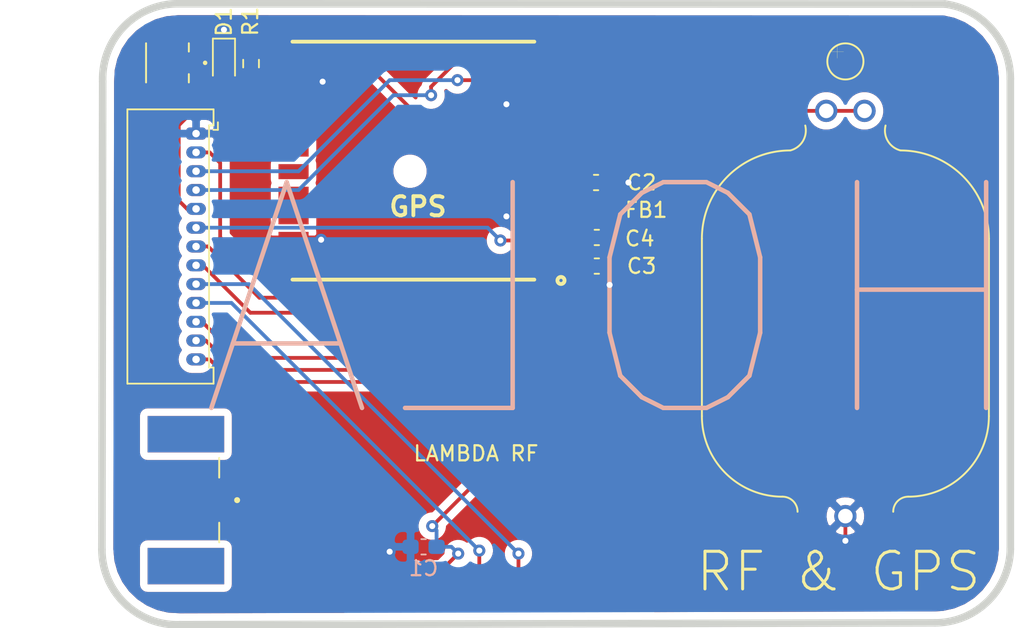
<source format=kicad_pcb>
(kicad_pcb (version 20171130) (host pcbnew "(5.1.6)-1")

  (general
    (thickness 1.6)
    (drawings 10)
    (tracks 135)
    (zones 0)
    (modules 13)
    (nets 34)
  )

  (page A4)
  (layers
    (0 F.Cu signal)
    (31 B.Cu signal)
    (32 B.Adhes user)
    (33 F.Adhes user)
    (34 B.Paste user)
    (35 F.Paste user)
    (36 B.SilkS user)
    (37 F.SilkS user)
    (38 B.Mask user)
    (39 F.Mask user)
    (40 Dwgs.User user)
    (41 Cmts.User user)
    (42 Eco1.User user)
    (43 Eco2.User user)
    (44 Edge.Cuts user)
    (45 Margin user)
    (46 B.CrtYd user)
    (47 F.CrtYd user)
    (48 B.Fab user)
    (49 F.Fab user)
  )

  (setup
    (last_trace_width 0.25)
    (user_trace_width 0.5)
    (user_trace_width 1)
    (trace_clearance 0.2)
    (zone_clearance 0.508)
    (zone_45_only no)
    (trace_min 0.2)
    (via_size 0.8)
    (via_drill 0.4)
    (via_min_size 0.4)
    (via_min_drill 0.3)
    (uvia_size 0.3)
    (uvia_drill 0.1)
    (uvias_allowed no)
    (uvia_min_size 0.2)
    (uvia_min_drill 0.1)
    (edge_width 0.05)
    (segment_width 0.2)
    (pcb_text_width 0.3)
    (pcb_text_size 1.5 1.5)
    (mod_edge_width 0.12)
    (mod_text_size 1 1)
    (mod_text_width 0.15)
    (pad_size 1.524 1.524)
    (pad_drill 0.762)
    (pad_to_mask_clearance 0)
    (aux_axis_origin 0 0)
    (visible_elements 7FFFFFFF)
    (pcbplotparams
      (layerselection 0x010fc_ffffffff)
      (usegerberextensions false)
      (usegerberattributes true)
      (usegerberadvancedattributes true)
      (creategerberjobfile true)
      (excludeedgelayer true)
      (linewidth 0.100000)
      (plotframeref false)
      (viasonmask false)
      (mode 1)
      (useauxorigin false)
      (hpglpennumber 1)
      (hpglpenspeed 20)
      (hpglpendiameter 15.000000)
      (psnegative false)
      (psa4output false)
      (plotreference true)
      (plotvalue true)
      (plotinvisibletext false)
      (padsonsilk false)
      (subtractmaskfromsilk false)
      (outputformat 1)
      (mirror false)
      (drillshape 0)
      (scaleselection 1)
      (outputdirectory "../../../../../Desktop/RF GPS Board/"))
  )

  (net 0 "")
  (net 1 "Net-(AE1-Pad1)")
  (net 2 GND)
  (net 3 "Net-(BT1-Pad+1)")
  (net 4 "Net-(D1-Pad2)")
  (net 5 +3V3)
  (net 6 "Net-(C3-Pad2)")
  (net 7 "Net-(IC1-Pad20)")
  (net 8 "Net-(IC1-Pad18)")
  (net 9 "Net-(IC1-Pad17)")
  (net 10 "Net-(IC1-Pad16)")
  (net 11 "Net-(IC1-Pad15)")
  (net 12 "Net-(IC1-Pad14)")
  (net 13 /1PPS)
  (net 14 "Net-(IC1-Pad11)")
  (net 15 "Net-(IC1-Pad7)")
  (net 16 "Net-(IC1-Pad6)")
  (net 17 "Net-(IC1-Pad5)")
  (net 18 /GPSRST)
  (net 19 /SCK)
  (net 20 /MISO)
  (net 21 /MOSI)
  (net 22 /CS)
  (net 23 /RFRST)
  (net 24 "Net-(U1-Pad11)")
  (net 25 "Net-(U1-Pad9)")
  (net 26 "Net-(U1-Pad10)")
  (net 27 "Net-(U1-Pad8)")
  (net 28 "Net-(U1-Pad7)")
  (net 29 "Net-(U1-Pad6)")
  (net 30 /TX_D2)
  (net 31 /RX_D2)
  (net 32 /TX_D1)
  (net 33 /RX_D1)

  (net_class Default "This is the default net class."
    (clearance 0.2)
    (trace_width 0.25)
    (via_dia 0.8)
    (via_drill 0.4)
    (uvia_dia 0.3)
    (uvia_drill 0.1)
    (add_net +3V3)
    (add_net /1PPS)
    (add_net /CS)
    (add_net /GPSRST)
    (add_net /MISO)
    (add_net /MOSI)
    (add_net /RFRST)
    (add_net /RX_D1)
    (add_net /RX_D2)
    (add_net /SCK)
    (add_net /TX_D1)
    (add_net /TX_D2)
    (add_net GND)
    (add_net "Net-(AE1-Pad1)")
    (add_net "Net-(BT1-Pad+1)")
    (add_net "Net-(C3-Pad2)")
    (add_net "Net-(D1-Pad2)")
    (add_net "Net-(IC1-Pad11)")
    (add_net "Net-(IC1-Pad14)")
    (add_net "Net-(IC1-Pad15)")
    (add_net "Net-(IC1-Pad16)")
    (add_net "Net-(IC1-Pad17)")
    (add_net "Net-(IC1-Pad18)")
    (add_net "Net-(IC1-Pad20)")
    (add_net "Net-(IC1-Pad5)")
    (add_net "Net-(IC1-Pad6)")
    (add_net "Net-(IC1-Pad7)")
    (add_net "Net-(U1-Pad10)")
    (add_net "Net-(U1-Pad11)")
    (add_net "Net-(U1-Pad6)")
    (add_net "Net-(U1-Pad7)")
    (add_net "Net-(U1-Pad8)")
    (add_net "Net-(U1-Pad9)")
  )

  (module gps:LAMBDA-9S (layer F.Cu) (tedit 5FF3EC04) (tstamp 6135289C)
    (at 144.6 133.4 90)
    (path /60625EDB/606260CA)
    (fp_text reference " LAMBDA RF" (at 8.85 7) (layer F.SilkS)
      (effects (font (size 1 1) (thickness 0.15)))
    )
    (fp_text value LAMBDA-9S-Global (at 9.3 -5.2 90) (layer F.Fab)
      (effects (font (size 1 1) (thickness 0.15)))
    )
    (fp_line (start -1.31 -6.38) (end -1.31 20.62) (layer F.CrtYd) (width 0.12))
    (fp_line (start 18.69 20.62) (end -1.31 20.62) (layer F.CrtYd) (width 0.12))
    (fp_line (start 18.69 20.62) (end 18.69 -6.38) (layer F.CrtYd) (width 0.12))
    (fp_line (start -1.31 -6.38) (end 18.69 -6.38) (layer F.CrtYd) (width 0.12))
    (pad 12 smd rect (at 17.45 10.16 90) (size 2.5 1.78) (layers F.Cu F.Paste F.Mask)
      (net 23 /RFRST))
    (pad 15 smd rect (at 17.45 2.54 90) (size 2.5 1.78) (layers F.Cu F.Paste F.Mask)
      (net 21 /MOSI))
    (pad 13 smd rect (at 17.45 7.62 90) (size 2.5 1.78) (layers F.Cu F.Paste F.Mask)
      (net 19 /SCK))
    (pad 11 smd rect (at 17.45 12.7 90) (size 2.5 1.78) (layers F.Cu F.Paste F.Mask)
      (net 24 "Net-(U1-Pad11)"))
    (pad 9 smd rect (at 17.45 17.78 90) (size 2.5 1.78) (layers F.Cu F.Paste F.Mask)
      (net 25 "Net-(U1-Pad9)"))
    (pad 14 smd rect (at 17.45 5.08 90) (size 2.5 1.78) (layers F.Cu F.Paste F.Mask)
      (net 20 /MISO))
    (pad 10 smd rect (at 17.45 15.24 90) (size 2.5 1.78) (layers F.Cu F.Paste F.Mask)
      (net 26 "Net-(U1-Pad10)"))
    (pad 16 smd rect (at 17.45 0 90) (size 2.5 1.78) (layers F.Cu F.Paste F.Mask)
      (net 22 /CS))
    (pad 8 smd rect (at 0 17.78 90) (size 2.5 1.78) (layers F.Cu F.Paste F.Mask)
      (net 27 "Net-(U1-Pad8)"))
    (pad 7 smd rect (at 0 15.24 90) (size 2.5 1.78) (layers F.Cu F.Paste F.Mask)
      (net 28 "Net-(U1-Pad7)"))
    (pad 6 smd rect (at 0 12.7 90) (size 2.5 1.78) (layers F.Cu F.Paste F.Mask)
      (net 29 "Net-(U1-Pad6)"))
    (pad 5 smd rect (at 0 10.16 90) (size 2.5 1.78) (layers F.Cu F.Paste F.Mask)
      (net 33 /RX_D1))
    (pad 4 smd rect (at 0 7.62 90) (size 2.5 1.78) (layers F.Cu F.Paste F.Mask)
      (net 32 /TX_D1))
    (pad 3 smd rect (at 0 5.08 90) (size 2.5 1.78) (layers F.Cu F.Paste F.Mask)
      (net 5 +3V3))
    (pad 2 smd rect (at 0 2.54 90) (size 2.5 1.78) (layers F.Cu F.Paste F.Mask)
      (net 2 GND))
    (pad 1 smd rect (at 0 0 90) (size 2.5 1.78) (layers F.Cu F.Paste F.Mask)
      (net 1 "Net-(AE1-Pad1)"))
  )

  (module Resistor_SMD:R_0603_1608Metric_Pad0.98x0.95mm_HandSolder (layer F.Cu) (tedit 5F68FEEE) (tstamp 61352884)
    (at 137.05 98.65 270)
    (descr "Resistor SMD 0603 (1608 Metric), square (rectangular) end terminal, IPC_7351 nominal with elongated pad for handsoldering. (Body size source: IPC-SM-782 page 72, https://www.pcb-3d.com/wordpress/wp-content/uploads/ipc-sm-782a_amendment_1_and_2.pdf), generated with kicad-footprint-generator")
    (tags "resistor handsolder")
    (path /60625D95/6064C129)
    (attr smd)
    (fp_text reference R1 (at -2.8 0.05 90) (layer F.SilkS)
      (effects (font (size 1 1) (thickness 0.15)))
    )
    (fp_text value 330ohm (at 0 1.43 90) (layer F.Fab)
      (effects (font (size 1 1) (thickness 0.15)))
    )
    (fp_line (start 1.65 0.73) (end -1.65 0.73) (layer F.CrtYd) (width 0.05))
    (fp_line (start 1.65 -0.73) (end 1.65 0.73) (layer F.CrtYd) (width 0.05))
    (fp_line (start -1.65 -0.73) (end 1.65 -0.73) (layer F.CrtYd) (width 0.05))
    (fp_line (start -1.65 0.73) (end -1.65 -0.73) (layer F.CrtYd) (width 0.05))
    (fp_line (start -0.254724 0.5225) (end 0.254724 0.5225) (layer F.SilkS) (width 0.12))
    (fp_line (start -0.254724 -0.5225) (end 0.254724 -0.5225) (layer F.SilkS) (width 0.12))
    (fp_line (start 0.8 0.4125) (end -0.8 0.4125) (layer F.Fab) (width 0.1))
    (fp_line (start 0.8 -0.4125) (end 0.8 0.4125) (layer F.Fab) (width 0.1))
    (fp_line (start -0.8 -0.4125) (end 0.8 -0.4125) (layer F.Fab) (width 0.1))
    (fp_line (start -0.8 0.4125) (end -0.8 -0.4125) (layer F.Fab) (width 0.1))
    (fp_text user %R (at 0 0 90) (layer F.Fab)
      (effects (font (size 0.4 0.4) (thickness 0.06)))
    )
    (pad 2 smd roundrect (at 0.9125 0 270) (size 0.975 0.95) (layers F.Cu F.Paste F.Mask) (roundrect_rratio 0.25)
      (net 4 "Net-(D1-Pad2)"))
    (pad 1 smd roundrect (at -0.9125 0 270) (size 0.975 0.95) (layers F.Cu F.Paste F.Mask) (roundrect_rratio 0.25)
      (net 17 "Net-(IC1-Pad5)"))
    (model ${KISYS3DMOD}/Resistor_SMD.3dshapes/R_0603_1608Metric.wrl
      (at (xyz 0 0 0))
      (scale (xyz 1 1 1))
      (rotate (xyz 0 0 0))
    )
  )

  (module Connector_Molex:Molex_PicoBlade_53048-1310_1x13_P1.25mm_Horizontal (layer F.Cu) (tedit 5B783024) (tstamp 61352873)
    (at 133.4 103.3 270)
    (descr "Molex PicoBlade Connector System, 53048-1310, 13 Pins per row (http://www.molex.com/pdm_docs/sd/530480210_sd.pdf), generated with kicad-footprint-generator")
    (tags "connector Molex PicoBlade top entry")
    (path /61217AA0)
    (fp_text reference " " (at 7.5 -1.95 90) (layer F.SilkS)
      (effects (font (size 1 1) (thickness 0.15)))
    )
    (fp_text value Conn_01x13_Male (at 7.5 5.65 90) (layer F.Fab)
      (effects (font (size 1 1) (thickness 0.15)))
    )
    (fp_line (start 16.61 4.56) (end 7.5 4.56) (layer F.SilkS) (width 0.12))
    (fp_line (start 16.61 -1.16) (end 16.61 4.56) (layer F.SilkS) (width 0.12))
    (fp_line (start 15.54 -1.16) (end 16.61 -1.16) (layer F.SilkS) (width 0.12))
    (fp_line (start 15.54 -0.86) (end 15.54 -1.16) (layer F.SilkS) (width 0.12))
    (fp_line (start 7.5 -0.86) (end 15.54 -0.86) (layer F.SilkS) (width 0.12))
    (fp_line (start -1.61 4.56) (end 7.5 4.56) (layer F.SilkS) (width 0.12))
    (fp_line (start -1.61 -1.16) (end -1.61 4.56) (layer F.SilkS) (width 0.12))
    (fp_line (start -0.54 -1.16) (end -1.61 -1.16) (layer F.SilkS) (width 0.12))
    (fp_line (start -0.54 -0.86) (end -0.54 -1.16) (layer F.SilkS) (width 0.12))
    (fp_line (start 7.5 -0.86) (end -0.54 -0.86) (layer F.SilkS) (width 0.12))
    (fp_line (start 16.5 4.45) (end 7.5 4.45) (layer F.Fab) (width 0.1))
    (fp_line (start 16.5 -1.05) (end 16.5 4.45) (layer F.Fab) (width 0.1))
    (fp_line (start 15.65 -1.05) (end 16.5 -1.05) (layer F.Fab) (width 0.1))
    (fp_line (start 15.65 -0.75) (end 15.65 -1.05) (layer F.Fab) (width 0.1))
    (fp_line (start 7.5 -0.75) (end 15.65 -0.75) (layer F.Fab) (width 0.1))
    (fp_line (start -1.5 4.45) (end 7.5 4.45) (layer F.Fab) (width 0.1))
    (fp_line (start -1.5 -1.05) (end -1.5 4.45) (layer F.Fab) (width 0.1))
    (fp_line (start -0.65 -1.05) (end -1.5 -1.05) (layer F.Fab) (width 0.1))
    (fp_line (start -0.65 -0.75) (end -0.65 -1.05) (layer F.Fab) (width 0.1))
    (fp_line (start 7.5 -0.75) (end -0.65 -0.75) (layer F.Fab) (width 0.1))
    (fp_line (start 17 4.95) (end 7.5 4.95) (layer F.CrtYd) (width 0.05))
    (fp_line (start 17 -1.55) (end 17 4.95) (layer F.CrtYd) (width 0.05))
    (fp_line (start 15.15 -1.55) (end 17 -1.55) (layer F.CrtYd) (width 0.05))
    (fp_line (start 15.15 -1.25) (end 15.15 -1.55) (layer F.CrtYd) (width 0.05))
    (fp_line (start 7.5 -1.25) (end 15.15 -1.25) (layer F.CrtYd) (width 0.05))
    (fp_line (start -2 4.95) (end 7.5 4.95) (layer F.CrtYd) (width 0.05))
    (fp_line (start -2 -1.55) (end -2 4.95) (layer F.CrtYd) (width 0.05))
    (fp_line (start -0.15 -1.55) (end -2 -1.55) (layer F.CrtYd) (width 0.05))
    (fp_line (start -0.15 -1.25) (end -0.15 -1.55) (layer F.CrtYd) (width 0.05))
    (fp_line (start 7.5 -1.25) (end -0.15 -1.25) (layer F.CrtYd) (width 0.05))
    (fp_line (start 0 -0.042893) (end 0.5 -0.75) (layer F.Fab) (width 0.1))
    (fp_line (start -0.5 -0.75) (end 0 -0.042893) (layer F.Fab) (width 0.1))
    (fp_line (start -0.25 -1.45) (end -0.75 -1.45) (layer F.SilkS) (width 0.12))
    (fp_line (start -0.25 -1.15) (end -0.25 -1.45) (layer F.SilkS) (width 0.12))
    (fp_text user %R (at 7.5 3.75 90) (layer F.Fab)
      (effects (font (size 1 1) (thickness 0.15)))
    )
    (pad 13 thru_hole oval (at 15 0 270) (size 0.8 1.3) (drill 0.5) (layers *.Cu *.Mask)
      (net 19 /SCK))
    (pad 12 thru_hole oval (at 13.75 0 270) (size 0.8 1.3) (drill 0.5) (layers *.Cu *.Mask)
      (net 20 /MISO))
    (pad 11 thru_hole oval (at 12.5 0 270) (size 0.8 1.3) (drill 0.5) (layers *.Cu *.Mask)
      (net 21 /MOSI))
    (pad 10 thru_hole oval (at 11.25 0 270) (size 0.8 1.3) (drill 0.5) (layers *.Cu *.Mask)
      (net 32 /TX_D1))
    (pad 9 thru_hole oval (at 10 0 270) (size 0.8 1.3) (drill 0.5) (layers *.Cu *.Mask)
      (net 33 /RX_D1))
    (pad 8 thru_hole oval (at 8.75 0 270) (size 0.8 1.3) (drill 0.5) (layers *.Cu *.Mask)
      (net 22 /CS))
    (pad 7 thru_hole oval (at 7.5 0 270) (size 0.8 1.3) (drill 0.5) (layers *.Cu *.Mask)
      (net 23 /RFRST))
    (pad 6 thru_hole oval (at 6.25 0 270) (size 0.8 1.3) (drill 0.5) (layers *.Cu *.Mask)
      (net 18 /GPSRST))
    (pad 5 thru_hole oval (at 5 0 270) (size 0.8 1.3) (drill 0.5) (layers *.Cu *.Mask)
      (net 13 /1PPS))
    (pad 4 thru_hole oval (at 3.75 0 270) (size 0.8 1.3) (drill 0.5) (layers *.Cu *.Mask)
      (net 30 /TX_D2))
    (pad 3 thru_hole oval (at 2.5 0 270) (size 0.8 1.3) (drill 0.5) (layers *.Cu *.Mask)
      (net 31 /RX_D2))
    (pad 2 thru_hole oval (at 1.25 0 270) (size 0.8 1.3) (drill 0.5) (layers *.Cu *.Mask)
      (net 5 +3V3))
    (pad 1 thru_hole roundrect (at 0 0 270) (size 0.8 1.3) (drill 0.5) (layers *.Cu *.Mask) (roundrect_rratio 0.25)
      (net 2 GND))
    (model ${KISYS3DMOD}/Connector_Molex.3dshapes/Molex_PicoBlade_53048-1310_1x13_P1.25mm_Horizontal.wrl
      (at (xyz 0 0 0))
      (scale (xyz 1 1 1))
      (rotate (xyz 0 0 0))
    )
  )

  (module "gps:HRS_U.FL-R-SMT(10)" (layer F.Cu) (tedit 6034041E) (tstamp 6135283F)
    (at 131.5 98.6 180)
    (descr "U.FL Series 50 Ohm Receptacle Male Pins Ultra Small SMT Coaxial Connector")
    (path /60625D95/60658D1A)
    (fp_text reference " " (at 0.039915 -3.411835) (layer F.SilkS)
      (effects (font (size 0.801331 0.801331) (thickness 0.015)))
    )
    (fp_text value "U.FL-R-SMT(10)" (at -3.25 0.05) (layer F.Fab)
      (effects (font (size 0.80022 0.80022) (thickness 0.015)))
    )
    (fp_poly (pts (xy -1 -0.95) (xy 1.3 -0.95) (xy 1.3 0.95) (xy -1 0.95)) (layer Dwgs.User) (width 0.01))
    (fp_poly (pts (xy -1 -0.95) (xy 1.3 -0.95) (xy 1.3 0.95) (xy -1 0.95)) (layer Dwgs.User) (width 0.01))
    (fp_line (start 1.3 -1.3) (end 1.3 1.3) (layer F.Fab) (width 0.127))
    (fp_line (start -1.42 0.75) (end -1.42 1.3) (layer F.SilkS) (width 0.127))
    (fp_line (start -1.42 -1.3) (end -1.42 -0.75) (layer F.SilkS) (width 0.127))
    (fp_circle (center -2.5 0) (end -2.425 0) (layer F.Fab) (width 0.15))
    (fp_circle (center -2.5 0) (end -2.425 0) (layer F.SilkS) (width 0.15))
    (fp_line (start -2.3 -2.25) (end 1.55 -2.25) (layer F.CrtYd) (width 0.05))
    (fp_line (start -2.3 2.25) (end -2.3 -2.25) (layer F.CrtYd) (width 0.05))
    (fp_line (start 1.55 2.25) (end -2.3 2.25) (layer F.CrtYd) (width 0.05))
    (fp_line (start 1.55 -2.25) (end 1.55 2.25) (layer F.CrtYd) (width 0.05))
    (fp_circle (center 0 0) (end 0.3 0) (layer F.Fab) (width 0.1))
    (fp_circle (center 0 0) (end 1 0) (layer F.Fab) (width 0.127))
    (fp_line (start -1.3 -1.3) (end -1.3 1.3) (layer F.Fab) (width 0.127))
    (fp_line (start 1.42 -1.3) (end 1.42 1.3) (layer F.SilkS) (width 0.127))
    (fp_line (start 1.3 1.3) (end -1.3 1.3) (layer F.Fab) (width 0.127))
    (fp_line (start 1.3 -1.3) (end -1.3 -1.3) (layer F.Fab) (width 0.127))
    (pad 3 smd rect (at 0 1.475 180) (size 2.2 1.05) (layers F.Cu F.Paste F.Mask)
      (net 14 "Net-(IC1-Pad11)"))
    (pad 2 smd rect (at 0 -1.475 180) (size 2.2 1.05) (layers F.Cu F.Paste F.Mask)
      (net 14 "Net-(IC1-Pad11)"))
    (pad 1 smd rect (at -1.525 0 180) (size 1.05 1) (layers F.Cu F.Paste F.Mask)
      (net 14 "Net-(IC1-Pad11)"))
  )

  (module gps:FGPMMOPA6H (layer F.Cu) (tedit 0) (tstamp 61352827)
    (at 139.8 113 180)
    (descr FGPMMOPA6H)
    (tags "Integrated Circuit")
    (path /60625D95/6063EB03)
    (fp_text reference GPS (at -8.325 4.85) (layer F.SilkS)
      (effects (font (size 1.27 1.27) (thickness 0.254)))
    )
    (fp_text value FGPMMOPA6H (at -8.682 8.186) (layer F.SilkS) hide
      (effects (font (size 1.27 1.27) (thickness 0.254)))
    )
    (fp_circle (center -17.822 -0.056) (end -17.822 0.053) (layer F.SilkS) (width 0.254))
    (fp_line (start -16.052 15.807) (end 0 15.807) (layer F.SilkS) (width 0.254))
    (fp_line (start -16.052 0) (end 0 0) (layer F.SilkS) (width 0.254))
    (fp_line (start -16.052 15.807) (end -16.052 0) (layer F.Fab) (width 0.254))
    (fp_line (start 0 15.807) (end -16.052 15.807) (layer F.Fab) (width 0.254))
    (fp_line (start 0 0) (end 0 15.807) (layer F.Fab) (width 0.254))
    (fp_line (start -16.052 0) (end 0 0) (layer F.Fab) (width 0.254))
    (fp_text user %R (at -8.682 8.186) (layer F.Fab)
      (effects (font (size 1.27 1.27) (thickness 0.254)))
    )
    (pad 21 np_thru_hole circle (at -7.8 7.2 180) (size 1.2 0) (drill 1.2) (layers *.Cu *.Mask))
    (pad 20 smd rect (at -0.07 1.172 270) (size 1 2) (layers F.Cu F.Paste F.Mask)
      (net 7 "Net-(IC1-Pad20)"))
    (pad 19 smd rect (at -0.07 2.672 270) (size 1 2) (layers F.Cu F.Paste F.Mask)
      (net 2 GND))
    (pad 18 smd rect (at -0.07 4.172 270) (size 1 2) (layers F.Cu F.Paste F.Mask)
      (net 8 "Net-(IC1-Pad18)"))
    (pad 17 smd rect (at -0.07 5.672 270) (size 1 2) (layers F.Cu F.Paste F.Mask)
      (net 9 "Net-(IC1-Pad17)"))
    (pad 16 smd rect (at -0.07 7.172 270) (size 1 2) (layers F.Cu F.Paste F.Mask)
      (net 10 "Net-(IC1-Pad16)"))
    (pad 15 smd rect (at -0.07 8.672 270) (size 1 2) (layers F.Cu F.Paste F.Mask)
      (net 11 "Net-(IC1-Pad15)"))
    (pad 14 smd rect (at -0.07 10.172 270) (size 1 2) (layers F.Cu F.Paste F.Mask)
      (net 12 "Net-(IC1-Pad14)"))
    (pad 13 smd rect (at -0.07 11.672 270) (size 1 2) (layers F.Cu F.Paste F.Mask)
      (net 13 /1PPS))
    (pad 12 smd rect (at -0.07 13.172 270) (size 1 2) (layers F.Cu F.Paste F.Mask)
      (net 2 GND))
    (pad 11 smd rect (at -0.07 14.672 270) (size 1 2) (layers F.Cu F.Paste F.Mask)
      (net 14 "Net-(IC1-Pad11)"))
    (pad 10 smd rect (at -16.07 14.672 270) (size 1 2) (layers F.Cu F.Paste F.Mask)
      (net 30 /TX_D2))
    (pad 9 smd rect (at -16.07 13.172 270) (size 1 2) (layers F.Cu F.Paste F.Mask)
      (net 31 /RX_D2))
    (pad 8 smd rect (at -16.07 11.672 270) (size 1 2) (layers F.Cu F.Paste F.Mask)
      (net 2 GND))
    (pad 7 smd rect (at -16.07 10.172 270) (size 1 2) (layers F.Cu F.Paste F.Mask)
      (net 15 "Net-(IC1-Pad7)"))
    (pad 6 smd rect (at -16.07 8.672 270) (size 1 2) (layers F.Cu F.Paste F.Mask)
      (net 16 "Net-(IC1-Pad6)"))
    (pad 5 smd rect (at -16.07 7.172 270) (size 1 2) (layers F.Cu F.Paste F.Mask)
      (net 17 "Net-(IC1-Pad5)"))
    (pad 4 smd rect (at -16.07 5.672 270) (size 1 2) (layers F.Cu F.Paste F.Mask)
      (net 3 "Net-(BT1-Pad+1)"))
    (pad 3 smd rect (at -16.07 4.172 270) (size 1 2) (layers F.Cu F.Paste F.Mask)
      (net 2 GND))
    (pad 2 smd rect (at -16.07 2.672 270) (size 1 2) (layers F.Cu F.Paste F.Mask)
      (net 18 /GPSRST))
    (pad 1 smd rect (at -16.07 1.172 270) (size 1 2) (layers F.Cu F.Paste F.Mask)
      (net 6 "Net-(C3-Pad2)"))
  )

  (module gps:BEADC1608X90N (layer F.Cu) (tedit 60340CA3) (tstamp 61352806)
    (at 160 108.3)
    (path /60625D95/606414AF)
    (fp_text reference FB1 (at 3.275 0.075) (layer F.SilkS)
      (effects (font (size 1 1) (thickness 0.15)))
    )
    (fp_text value Ferrite_Bead (at 1.79 1.05) (layer F.Fab)
      (effects (font (size 0.393701 0.393701) (thickness 0.015)))
    )
    (fp_line (start 1.465 0.715) (end 1.465 -0.715) (layer F.CrtYd) (width 0.05))
    (fp_line (start -1.465 0.715) (end -1.465 -0.715) (layer F.CrtYd) (width 0.05))
    (fp_line (start -1.465 -0.715) (end 1.465 -0.715) (layer F.CrtYd) (width 0.05))
    (fp_line (start -1.465 0.715) (end 1.465 0.715) (layer F.CrtYd) (width 0.05))
    (fp_line (start -0.85 0.45) (end -0.85 -0.45) (layer F.Fab) (width 0.127))
    (fp_line (start 0.85 0.45) (end 0.85 -0.45) (layer F.Fab) (width 0.127))
    (fp_line (start 0.85 -0.45) (end -0.85 -0.45) (layer F.Fab) (width 0.127))
    (fp_line (start 0.85 0.45) (end -0.85 0.45) (layer F.Fab) (width 0.127))
    (pad 2 smd rect (at 0.795 0) (size 0.84 0.93) (layers F.Cu F.Paste F.Mask)
      (net 5 +3V3))
    (pad 1 smd rect (at -0.795 0) (size 0.84 0.93) (layers F.Cu F.Paste F.Mask)
      (net 6 "Net-(C3-Pad2)"))
  )

  (module LED_SMD:LED_0603_1608Metric_Pad1.05x0.95mm_HandSolder (layer F.Cu) (tedit 5F68FEF1) (tstamp 613527F8)
    (at 135.25 98.65 270)
    (descr "LED SMD 0603 (1608 Metric), square (rectangular) end terminal, IPC_7351 nominal, (Body size source: http://www.tortai-tech.com/upload/download/2011102023233369053.pdf), generated with kicad-footprint-generator")
    (tags "LED handsolder")
    (path /60625D95/6064ABC1)
    (attr smd)
    (fp_text reference D1 (at -2.775 0 90) (layer F.SilkS)
      (effects (font (size 1 1) (thickness 0.15)))
    )
    (fp_text value LED (at 0 1.43 90) (layer F.Fab)
      (effects (font (size 1 1) (thickness 0.15)))
    )
    (fp_line (start 1.65 0.73) (end -1.65 0.73) (layer F.CrtYd) (width 0.05))
    (fp_line (start 1.65 -0.73) (end 1.65 0.73) (layer F.CrtYd) (width 0.05))
    (fp_line (start -1.65 -0.73) (end 1.65 -0.73) (layer F.CrtYd) (width 0.05))
    (fp_line (start -1.65 0.73) (end -1.65 -0.73) (layer F.CrtYd) (width 0.05))
    (fp_line (start -1.66 0.735) (end 0.8 0.735) (layer F.SilkS) (width 0.12))
    (fp_line (start -1.66 -0.735) (end -1.66 0.735) (layer F.SilkS) (width 0.12))
    (fp_line (start 0.8 -0.735) (end -1.66 -0.735) (layer F.SilkS) (width 0.12))
    (fp_line (start 0.8 0.4) (end 0.8 -0.4) (layer F.Fab) (width 0.1))
    (fp_line (start -0.8 0.4) (end 0.8 0.4) (layer F.Fab) (width 0.1))
    (fp_line (start -0.8 -0.1) (end -0.8 0.4) (layer F.Fab) (width 0.1))
    (fp_line (start -0.5 -0.4) (end -0.8 -0.1) (layer F.Fab) (width 0.1))
    (fp_line (start 0.8 -0.4) (end -0.5 -0.4) (layer F.Fab) (width 0.1))
    (fp_text user %R (at 0 0 90) (layer F.Fab)
      (effects (font (size 0.4 0.4) (thickness 0.06)))
    )
    (pad 2 smd roundrect (at 0.875 0 270) (size 1.05 0.95) (layers F.Cu F.Paste F.Mask) (roundrect_rratio 0.25)
      (net 4 "Net-(D1-Pad2)"))
    (pad 1 smd roundrect (at -0.875 0 270) (size 1.05 0.95) (layers F.Cu F.Paste F.Mask) (roundrect_rratio 0.25)
      (net 2 GND))
    (model ${KISYS3DMOD}/LED_SMD.3dshapes/LED_0603_1608Metric.wrl
      (at (xyz 0 0 0))
      (scale (xyz 1 1 1))
      (rotate (xyz 0 0 0))
    )
  )

  (module Capacitor_SMD:C_0603_1608Metric_Pad1.08x0.95mm_HandSolder (layer F.Cu) (tedit 5F68FEEF) (tstamp 613527E5)
    (at 160 110.2 180)
    (descr "Capacitor SMD 0603 (1608 Metric), square (rectangular) end terminal, IPC_7351 nominal with elongated pad for handsoldering. (Body size source: IPC-SM-782 page 76, https://www.pcb-3d.com/wordpress/wp-content/uploads/ipc-sm-782a_amendment_1_and_2.pdf), generated with kicad-footprint-generator")
    (tags "capacitor handsolder")
    (path /60625D95/606426B2)
    (attr smd)
    (fp_text reference C4 (at -2.85 -0.075) (layer F.SilkS)
      (effects (font (size 1 1) (thickness 0.15)))
    )
    (fp_text value 0.01uF (at 0 1.43) (layer F.Fab)
      (effects (font (size 1 1) (thickness 0.15)))
    )
    (fp_line (start 1.65 0.73) (end -1.65 0.73) (layer F.CrtYd) (width 0.05))
    (fp_line (start 1.65 -0.73) (end 1.65 0.73) (layer F.CrtYd) (width 0.05))
    (fp_line (start -1.65 -0.73) (end 1.65 -0.73) (layer F.CrtYd) (width 0.05))
    (fp_line (start -1.65 0.73) (end -1.65 -0.73) (layer F.CrtYd) (width 0.05))
    (fp_line (start -0.146267 0.51) (end 0.146267 0.51) (layer F.SilkS) (width 0.12))
    (fp_line (start -0.146267 -0.51) (end 0.146267 -0.51) (layer F.SilkS) (width 0.12))
    (fp_line (start 0.8 0.4) (end -0.8 0.4) (layer F.Fab) (width 0.1))
    (fp_line (start 0.8 -0.4) (end 0.8 0.4) (layer F.Fab) (width 0.1))
    (fp_line (start -0.8 -0.4) (end 0.8 -0.4) (layer F.Fab) (width 0.1))
    (fp_line (start -0.8 0.4) (end -0.8 -0.4) (layer F.Fab) (width 0.1))
    (fp_text user %R (at 0 0) (layer F.Fab)
      (effects (font (size 0.4 0.4) (thickness 0.06)))
    )
    (pad 2 smd roundrect (at 0.8625 0 180) (size 1.075 0.95) (layers F.Cu F.Paste F.Mask) (roundrect_rratio 0.25)
      (net 6 "Net-(C3-Pad2)"))
    (pad 1 smd roundrect (at -0.8625 0 180) (size 1.075 0.95) (layers F.Cu F.Paste F.Mask) (roundrect_rratio 0.25)
      (net 2 GND))
    (model ${KISYS3DMOD}/Capacitor_SMD.3dshapes/C_0603_1608Metric.wrl
      (at (xyz 0 0 0))
      (scale (xyz 1 1 1))
      (rotate (xyz 0 0 0))
    )
  )

  (module Capacitor_SMD:C_0603_1608Metric_Pad1.08x0.95mm_HandSolder (layer F.Cu) (tedit 5F68FEEF) (tstamp 613527D4)
    (at 160 112.1 180)
    (descr "Capacitor SMD 0603 (1608 Metric), square (rectangular) end terminal, IPC_7351 nominal with elongated pad for handsoldering. (Body size source: IPC-SM-782 page 76, https://www.pcb-3d.com/wordpress/wp-content/uploads/ipc-sm-782a_amendment_1_and_2.pdf), generated with kicad-footprint-generator")
    (tags "capacitor handsolder")
    (path /60625D95/60642058)
    (attr smd)
    (fp_text reference C3 (at -2.975 0) (layer F.SilkS)
      (effects (font (size 1 1) (thickness 0.15)))
    )
    (fp_text value 1uF (at 0 1.43) (layer F.Fab)
      (effects (font (size 1 1) (thickness 0.15)))
    )
    (fp_line (start 1.65 0.73) (end -1.65 0.73) (layer F.CrtYd) (width 0.05))
    (fp_line (start 1.65 -0.73) (end 1.65 0.73) (layer F.CrtYd) (width 0.05))
    (fp_line (start -1.65 -0.73) (end 1.65 -0.73) (layer F.CrtYd) (width 0.05))
    (fp_line (start -1.65 0.73) (end -1.65 -0.73) (layer F.CrtYd) (width 0.05))
    (fp_line (start -0.146267 0.51) (end 0.146267 0.51) (layer F.SilkS) (width 0.12))
    (fp_line (start -0.146267 -0.51) (end 0.146267 -0.51) (layer F.SilkS) (width 0.12))
    (fp_line (start 0.8 0.4) (end -0.8 0.4) (layer F.Fab) (width 0.1))
    (fp_line (start 0.8 -0.4) (end 0.8 0.4) (layer F.Fab) (width 0.1))
    (fp_line (start -0.8 -0.4) (end 0.8 -0.4) (layer F.Fab) (width 0.1))
    (fp_line (start -0.8 0.4) (end -0.8 -0.4) (layer F.Fab) (width 0.1))
    (fp_text user %R (at 0 0) (layer F.Fab)
      (effects (font (size 0.4 0.4) (thickness 0.06)))
    )
    (pad 2 smd roundrect (at 0.8625 0 180) (size 1.075 0.95) (layers F.Cu F.Paste F.Mask) (roundrect_rratio 0.25)
      (net 6 "Net-(C3-Pad2)"))
    (pad 1 smd roundrect (at -0.8625 0 180) (size 1.075 0.95) (layers F.Cu F.Paste F.Mask) (roundrect_rratio 0.25)
      (net 2 GND))
    (model ${KISYS3DMOD}/Capacitor_SMD.3dshapes/C_0603_1608Metric.wrl
      (at (xyz 0 0 0))
      (scale (xyz 1 1 1))
      (rotate (xyz 0 0 0))
    )
  )

  (module Capacitor_SMD:C_0603_1608Metric_Pad1.08x0.95mm_HandSolder (layer F.Cu) (tedit 5F68FEEF) (tstamp 613527C3)
    (at 159.95 106.55)
    (descr "Capacitor SMD 0603 (1608 Metric), square (rectangular) end terminal, IPC_7351 nominal with elongated pad for handsoldering. (Body size source: IPC-SM-782 page 76, https://www.pcb-3d.com/wordpress/wp-content/uploads/ipc-sm-782a_amendment_1_and_2.pdf), generated with kicad-footprint-generator")
    (tags "capacitor handsolder")
    (path /60625D95/606494C8)
    (attr smd)
    (fp_text reference C2 (at 3.025 0) (layer F.SilkS)
      (effects (font (size 1 1) (thickness 0.15)))
    )
    (fp_text value 1uF (at 0 1.43) (layer F.Fab)
      (effects (font (size 1 1) (thickness 0.15)))
    )
    (fp_line (start 1.65 0.73) (end -1.65 0.73) (layer F.CrtYd) (width 0.05))
    (fp_line (start 1.65 -0.73) (end 1.65 0.73) (layer F.CrtYd) (width 0.05))
    (fp_line (start -1.65 -0.73) (end 1.65 -0.73) (layer F.CrtYd) (width 0.05))
    (fp_line (start -1.65 0.73) (end -1.65 -0.73) (layer F.CrtYd) (width 0.05))
    (fp_line (start -0.146267 0.51) (end 0.146267 0.51) (layer F.SilkS) (width 0.12))
    (fp_line (start -0.146267 -0.51) (end 0.146267 -0.51) (layer F.SilkS) (width 0.12))
    (fp_line (start 0.8 0.4) (end -0.8 0.4) (layer F.Fab) (width 0.1))
    (fp_line (start 0.8 -0.4) (end 0.8 0.4) (layer F.Fab) (width 0.1))
    (fp_line (start -0.8 -0.4) (end 0.8 -0.4) (layer F.Fab) (width 0.1))
    (fp_line (start -0.8 0.4) (end -0.8 -0.4) (layer F.Fab) (width 0.1))
    (fp_text user %R (at 0 0) (layer F.Fab)
      (effects (font (size 0.4 0.4) (thickness 0.06)))
    )
    (pad 2 smd roundrect (at 0.8625 0) (size 1.075 0.95) (layers F.Cu F.Paste F.Mask) (roundrect_rratio 0.25)
      (net 2 GND))
    (pad 1 smd roundrect (at -0.8625 0) (size 1.075 0.95) (layers F.Cu F.Paste F.Mask) (roundrect_rratio 0.25)
      (net 3 "Net-(BT1-Pad+1)"))
    (model ${KISYS3DMOD}/Capacitor_SMD.3dshapes/C_0603_1608Metric.wrl
      (at (xyz 0 0 0))
      (scale (xyz 1 1 1))
      (rotate (xyz 0 0 0))
    )
  )

  (module Capacitor_SMD:C_0603_1608Metric_Pad1.08x0.95mm_HandSolder (layer B.Cu) (tedit 5F68FEEF) (tstamp 613527B2)
    (at 148.5 130.75)
    (descr "Capacitor SMD 0603 (1608 Metric), square (rectangular) end terminal, IPC_7351 nominal with elongated pad for handsoldering. (Body size source: IPC-SM-782 page 76, https://www.pcb-3d.com/wordpress/wp-content/uploads/ipc-sm-782a_amendment_1_and_2.pdf), generated with kicad-footprint-generator")
    (tags "capacitor handsolder")
    (path /60625EDB/60628A6B)
    (attr smd)
    (fp_text reference C1 (at 0 1.43 -180) (layer B.SilkS)
      (effects (font (size 1 1) (thickness 0.15)) (justify mirror))
    )
    (fp_text value 100nF (at 0 -1.43 -180) (layer B.Fab)
      (effects (font (size 1 1) (thickness 0.15)) (justify mirror))
    )
    (fp_line (start 1.65 -0.73) (end -1.65 -0.73) (layer B.CrtYd) (width 0.05))
    (fp_line (start 1.65 0.73) (end 1.65 -0.73) (layer B.CrtYd) (width 0.05))
    (fp_line (start -1.65 0.73) (end 1.65 0.73) (layer B.CrtYd) (width 0.05))
    (fp_line (start -1.65 -0.73) (end -1.65 0.73) (layer B.CrtYd) (width 0.05))
    (fp_line (start -0.146267 -0.51) (end 0.146267 -0.51) (layer B.SilkS) (width 0.12))
    (fp_line (start -0.146267 0.51) (end 0.146267 0.51) (layer B.SilkS) (width 0.12))
    (fp_line (start 0.8 -0.4) (end -0.8 -0.4) (layer B.Fab) (width 0.1))
    (fp_line (start 0.8 0.4) (end 0.8 -0.4) (layer B.Fab) (width 0.1))
    (fp_line (start -0.8 0.4) (end 0.8 0.4) (layer B.Fab) (width 0.1))
    (fp_line (start -0.8 -0.4) (end -0.8 0.4) (layer B.Fab) (width 0.1))
    (fp_text user %R (at 0 0 -180) (layer B.Fab)
      (effects (font (size 0.4 0.4) (thickness 0.06)) (justify mirror))
    )
    (pad 2 smd roundrect (at 0.8625 0) (size 1.075 0.95) (layers B.Cu B.Paste B.Mask) (roundrect_rratio 0.25)
      (net 5 +3V3))
    (pad 1 smd roundrect (at -0.8625 0) (size 1.075 0.95) (layers B.Cu B.Paste B.Mask) (roundrect_rratio 0.25)
      (net 2 GND))
    (model ${KISYS3DMOD}/Capacitor_SMD.3dshapes/C_0603_1608Metric.wrl
      (at (xyz 0 0 0))
      (scale (xyz 1 1 1))
      (rotate (xyz 0 0 0))
    )
  )

  (module gps:BAT_120591-1 (layer F.Cu) (tedit 6025A262) (tstamp 613527A1)
    (at 176.5 115.25 270)
    (path /60625D95/60647D28)
    (fp_text reference " " (at -11.85 -8.275 90) (layer F.SilkS)
      (effects (font (size 1.001638 1.001638) (thickness 0.15)))
    )
    (fp_text value BATT (at -6.7201 10.88125 90) (layer F.Fab)
      (effects (font (size 1.001496 1.001496) (thickness 0.015)))
    )
    (fp_circle (center -16.745 0) (end -15.545 0) (layer F.SilkS) (width 0.127))
    (fp_line (start 14.42 9.775) (end -14.43 9.775) (layer F.CrtYd) (width 0.05))
    (fp_line (start 14.42 -9.775) (end 14.42 9.775) (layer F.CrtYd) (width 0.05))
    (fp_line (start -14.43 -9.775) (end 14.42 -9.775) (layer F.CrtYd) (width 0.05))
    (fp_line (start -14.43 9.775) (end -14.43 -9.775) (layer F.CrtYd) (width 0.05))
    (fp_circle (center -10.895 0) (end -9.695 0) (layer F.Fab) (width 0.127))
    (fp_line (start 6.82 -9.525) (end -4.97 -9.525) (layer F.SilkS) (width 0.127))
    (fp_line (start -4.97 9.525) (end 6.82 9.525) (layer F.SilkS) (width 0.127))
    (fp_line (start 13.65 -3.175) (end 13.65 3.175) (layer F.Fab) (width 0.127))
    (fp_line (start 13.65 -3.175) (end 13.17 -3.175) (layer F.Fab) (width 0.127))
    (fp_line (start 6.82 -9.525) (end -4.97 -9.525) (layer F.Fab) (width 0.127))
    (fp_line (start -13.65 -2.665) (end -12.485 -2.665) (layer F.Fab) (width 0.127))
    (fp_line (start 13.17 3.175) (end 13.65 3.175) (layer F.Fab) (width 0.127))
    (fp_line (start -4.97 9.525) (end 6.82 9.525) (layer F.Fab) (width 0.127))
    (fp_line (start -13.65 2.665) (end -12.485 2.665) (layer F.Fab) (width 0.127))
    (fp_line (start -13.65 -2.665) (end -13.65 2.665) (layer F.Fab) (width 0.127))
    (fp_text user + (at -17.3868 0.635247 90) (layer F.SilkS)
      (effects (font (size 1.120433 1.120433) (thickness 0.015)))
    )
    (fp_arc (start 6.82 -4.175) (end 6.82 -9.525) (angle 90) (layer F.SilkS) (width 0.127))
    (fp_arc (start 13.17 -4.175) (end 12.17 -4.175) (angle -90) (layer F.SilkS) (width 0.127))
    (fp_arc (start -4.97 -3.665) (end -10.83 -3.665) (angle 90) (layer F.SilkS) (width 0.127))
    (fp_arc (start -12.1575 -3.9925) (end -10.83 -3.665) (angle 90) (layer F.SilkS) (width 0.127))
    (fp_arc (start 13.17 4.175) (end 13.17 3.175) (angle -90) (layer F.SilkS) (width 0.127))
    (fp_arc (start -4.97 3.665) (end -10.83 3.665) (angle -90) (layer F.SilkS) (width 0.127))
    (fp_arc (start 6.82 4.175) (end 12.17 4.175) (angle 90) (layer F.SilkS) (width 0.127))
    (fp_arc (start -12.1575 3.9925) (end -10.83 3.665) (angle -90) (layer F.SilkS) (width 0.127))
    (fp_text user + (at -11.5402 0.63556 90) (layer F.Fab)
      (effects (font (size 1.120984 1.120984) (thickness 0.015)))
    )
    (fp_arc (start 6.82 -4.175) (end 6.82 -9.525) (angle 90) (layer F.Fab) (width 0.127))
    (fp_arc (start 13.17 -4.175) (end 12.17 -4.175) (angle -90) (layer F.Fab) (width 0.127))
    (fp_arc (start -4.97 -3.665) (end -10.83 -3.665) (angle 90) (layer F.Fab) (width 0.127))
    (fp_arc (start -12.1575 -3.9925) (end -10.83 -3.665) (angle 90) (layer F.Fab) (width 0.127))
    (fp_arc (start 13.17 4.175) (end 13.17 3.175) (angle -90) (layer F.Fab) (width 0.127))
    (fp_arc (start -4.97 3.665) (end -10.83 3.665) (angle -90) (layer F.Fab) (width 0.127))
    (fp_arc (start 6.82 4.175) (end 12.17 4.175) (angle 90) (layer F.Fab) (width 0.127))
    (fp_arc (start -12.1575 3.9925) (end -10.83 3.665) (angle -90) (layer F.Fab) (width 0.127))
    (pad - thru_hole circle (at 13.46 0 270) (size 1.478 1.478) (drill 0.97) (layers *.Cu *.Mask)
      (net 2 GND))
    (pad +2 thru_hole circle (at -13.46 1.27 270) (size 1.478 1.478) (drill 0.97) (layers *.Cu *.Mask)
      (net 3 "Net-(BT1-Pad+1)"))
    (pad +1 thru_hole circle (at -13.46 -1.27 270) (size 1.478 1.478) (drill 0.97) (layers *.Cu *.Mask)
      (net 3 "Net-(BT1-Pad+1)"))
  )

  (module gps:CINCH_142-0701-801 (layer F.Cu) (tedit 5FF78B44) (tstamp 61352F6A)
    (at 132.725 127.65 90)
    (path /60625EDB/606279AB)
    (fp_text reference " " (at 0.05 -3.325 90) (layer F.SilkS)
      (effects (font (size 1 1) (thickness 0.015)))
    )
    (fp_text value Antenna (at 6.35 4.445 90) (layer F.Fab)
      (effects (font (size 1 1) (thickness 0.015)))
    )
    (fp_line (start -3.425 -4.28) (end -3.425 -12.315) (layer F.CrtYd) (width 0.05))
    (fp_line (start -5.838 -4.28) (end -3.425 -4.28) (layer F.CrtYd) (width 0.05))
    (fp_line (start -5.838 2.79) (end -5.838 -4.28) (layer F.CrtYd) (width 0.05))
    (fp_line (start 5.838 2.79) (end -5.838 2.79) (layer F.CrtYd) (width 0.05))
    (fp_line (start 5.838 -4.28) (end 5.838 2.79) (layer F.CrtYd) (width 0.05))
    (fp_line (start 3.425 -4.28) (end 5.838 -4.28) (layer F.CrtYd) (width 0.05))
    (fp_line (start 3.425 -12.315) (end 3.425 -4.28) (layer F.CrtYd) (width 0.05))
    (fp_line (start -3.425 -12.315) (end 3.425 -12.315) (layer F.CrtYd) (width 0.05))
    (fp_circle (center 0 3.4) (end 0.1 3.4) (layer F.Fab) (width 0.2))
    (fp_circle (center 0 3.4) (end 0.1 3.4) (layer F.SilkS) (width 0.2))
    (fp_line (start 1.5 2.2098) (end 2.8 2.2098) (layer F.SilkS) (width 0.127))
    (fp_line (start -2.8 2.2098) (end -1.5 2.2098) (layer F.SilkS) (width 0.127))
    (fp_line (start 4.8 -2.54) (end 8.3 -2.54) (layer F.Fab) (width 0.127))
    (fp_line (start 4.7625 -4.0259) (end 4.7625 -2.54) (layer F.Fab) (width 0.127))
    (fp_line (start -4.7625 -4.0259) (end -4.7625 -2.54) (layer F.Fab) (width 0.127))
    (fp_line (start 3.175 -12.065) (end 3.175 -4.0259) (layer F.Fab) (width 0.127))
    (fp_line (start -3.175 -12.065) (end 3.175 -12.065) (layer F.Fab) (width 0.127))
    (fp_line (start -3.175 -4.0259) (end -3.175 -12.065) (layer F.Fab) (width 0.127))
    (fp_line (start 3.175 -4.0259) (end 4.7625 -4.0259) (layer F.Fab) (width 0.127))
    (fp_line (start -3.175 -4.0259) (end 3.175 -4.0259) (layer F.Fab) (width 0.127))
    (fp_line (start -4.7625 -4.0259) (end -3.175 -4.0259) (layer F.Fab) (width 0.127))
    (fp_line (start -4.7625 2.2098) (end -4.7625 -2.54) (layer F.Fab) (width 0.127))
    (fp_line (start 4.7625 2.2098) (end -4.7625 2.2098) (layer F.Fab) (width 0.127))
    (fp_line (start 4.7625 -2.54) (end 4.7625 2.2098) (layer F.Fab) (width 0.127))
    (fp_line (start -4.7625 -2.54) (end 4.7625 -2.54) (layer F.Fab) (width 0.127))
    (fp_text user PCB~Edge (at 6.3 -2.9 90) (layer F.Fab)
      (effects (font (size 1 1) (thickness 0.015)))
    )
    (pad S4 smd rect (at 4.3815 0 90) (size 2.413 5.08) (layers B.Cu B.Paste B.Mask))
    (pad S3 smd rect (at -4.3815 0 90) (size 2.413 5.08) (layers B.Cu B.Paste B.Mask))
    (pad 1 smd rect (at 0 0 90) (size 2.286 5.08) (layers F.Cu F.Paste F.Mask)
      (net 1 "Net-(AE1-Pad1)"))
    (pad S2 smd rect (at 4.3815 0 90) (size 2.413 5.08) (layers F.Cu F.Paste F.Mask))
    (pad S1 smd rect (at -4.3815 0 90) (size 2.413 5.08) (layers F.Cu F.Paste F.Mask))
  )

  (gr_text "RF & GPS " (at 177 132.4) (layer F.SilkS)
    (effects (font (size 2.5 2.5) (thickness 0.2)))
  )
  (gr_text HOLA (at 161.2 114.6) (layer B.SilkS)
    (effects (font (size 15 15) (thickness 0.3)) (justify mirror))
  )
  (gr_arc (start 132.196938 99.675052) (end 132.196938 94.675052) (angle -92.00516364) (layer Edge.Cuts) (width 0.5) (tstamp 61353A7E))
  (gr_arc (start 132.14998 130.926) (end 127.14998 130.926) (angle -92.00516364) (layer Edge.Cuts) (width 0.5) (tstamp 6135374F))
  (gr_arc (start 182.451 130.80002) (end 182.451 135.80002) (angle -88.85423716) (layer Edge.Cuts) (width 0.5) (tstamp 613536E2))
  (gr_arc (start 182.45 99.65) (end 187.45 99.65) (angle -82.51911382) (layer Edge.Cuts) (width 0.5) (tstamp 61353ABD))
  (gr_line (start 132.196938 94.675052) (end 183.100977 94.692558) (layer Edge.Cuts) (width 0.5))
  (gr_line (start 127.14998 130.926) (end 127.2 99.85) (layer Edge.Cuts) (width 0.5))
  (gr_line (start 187.45 130.9) (end 187.45 99.65) (layer Edge.Cuts) (width 0.5) (tstamp 61353ABA))
  (gr_line (start 132.324928 135.922938) (end 182.451 135.80002) (layer Edge.Cuts) (width 0.5))

  (segment (start 140 128.8) (end 144.6 133.4) (width 0.25) (layer F.Cu) (net 1))
  (segment (start 138.85 127.65) (end 140 128.8) (width 0.25) (layer F.Cu) (net 1))
  (segment (start 132.725 127.65) (end 138.85 127.65) (width 0.25) (layer F.Cu) (net 1))
  (via (at 135.25 96.4) (size 0.8) (drill 0.4) (layers F.Cu B.Cu) (net 2))
  (segment (start 135.25 97.775) (end 135.25 96.4) (width 0.25) (layer F.Cu) (net 2))
  (via (at 141.8 99.85) (size 0.8) (drill 0.4) (layers F.Cu B.Cu) (net 2))
  (segment (start 141.778 99.828) (end 141.8 99.85) (width 0.25) (layer F.Cu) (net 2))
  (segment (start 139.87 99.828) (end 141.778 99.828) (width 0.25) (layer F.Cu) (net 2))
  (via (at 154 101.35) (size 0.8) (drill 0.4) (layers F.Cu B.Cu) (net 2))
  (segment (start 154.022 101.328) (end 154 101.35) (width 0.25) (layer F.Cu) (net 2))
  (segment (start 155.87 101.328) (end 154.022 101.328) (width 0.25) (layer F.Cu) (net 2))
  (segment (start 160.8625 110.2) (end 160.8625 112.1) (width 0.25) (layer F.Cu) (net 2))
  (via (at 160.85 113.35) (size 0.8) (drill 0.4) (layers F.Cu B.Cu) (net 2))
  (segment (start 160.8625 113.3375) (end 160.85 113.35) (width 0.25) (layer F.Cu) (net 2))
  (segment (start 160.8625 112.1) (end 160.8625 113.3375) (width 0.25) (layer F.Cu) (net 2))
  (via (at 162.1 106.55) (size 0.8) (drill 0.4) (layers F.Cu B.Cu) (net 2))
  (segment (start 160.8125 106.55) (end 162.1 106.55) (width 0.25) (layer F.Cu) (net 2))
  (via (at 154 108.8) (size 0.8) (drill 0.4) (layers F.Cu B.Cu) (net 2))
  (segment (start 154.028 108.828) (end 154 108.8) (width 0.25) (layer F.Cu) (net 2))
  (segment (start 155.87 108.828) (end 154.028 108.828) (width 0.25) (layer F.Cu) (net 2))
  (via (at 141.7 110.35) (size 0.8) (drill 0.4) (layers F.Cu B.Cu) (net 2))
  (segment (start 141.678 110.328) (end 141.7 110.35) (width 0.25) (layer F.Cu) (net 2))
  (segment (start 139.87 110.328) (end 141.678 110.328) (width 0.25) (layer F.Cu) (net 2))
  (via (at 176.5 130.35) (size 0.8) (drill 0.4) (layers F.Cu B.Cu) (net 2))
  (segment (start 176.5 128.71) (end 176.5 130.35) (width 0.25) (layer F.Cu) (net 2))
  (via (at 146.25 131.075) (size 0.8) (drill 0.4) (layers F.Cu B.Cu) (net 2))
  (segment (start 146.575 130.75) (end 146.25 131.075) (width 0.25) (layer B.Cu) (net 2))
  (segment (start 147.6375 130.75) (end 146.575 130.75) (width 0.25) (layer B.Cu) (net 2))
  (segment (start 147.14 131.965) (end 147.14 133.4) (width 0.25) (layer F.Cu) (net 2))
  (segment (start 146.25 131.075) (end 147.14 131.965) (width 0.25) (layer F.Cu) (net 2))
  (segment (start 158.3095 107.328) (end 155.87 107.328) (width 0.25) (layer F.Cu) (net 3))
  (segment (start 159.0875 106.55) (end 158.3095 107.328) (width 0.25) (layer F.Cu) (net 3))
  (segment (start 175.23 101.79) (end 177.77 101.79) (width 0.25) (layer F.Cu) (net 3))
  (segment (start 159.0875 105.9125) (end 159.0875 106.55) (width 0.25) (layer F.Cu) (net 3))
  (segment (start 163.21 101.79) (end 159.0875 105.9125) (width 0.25) (layer F.Cu) (net 3))
  (segment (start 175.23 101.79) (end 163.21 101.79) (width 0.25) (layer F.Cu) (net 3))
  (segment (start 137.0125 99.525) (end 137.05 99.5625) (width 0.25) (layer F.Cu) (net 4))
  (segment (start 135.25 99.525) (end 137.0125 99.525) (width 0.25) (layer F.Cu) (net 4))
  (segment (start 134.3 104.55) (end 133.4 104.55) (width 0.25) (layer F.Cu) (net 5))
  (segment (start 135 110.2) (end 135 105.25) (width 0.25) (layer F.Cu) (net 5))
  (segment (start 138.4 113.6) (end 135 110.2) (width 0.25) (layer F.Cu) (net 5))
  (segment (start 162.124999 114.075001) (end 160.501999 114.075001) (width 0.25) (layer F.Cu) (net 5))
  (segment (start 160.501999 114.075001) (end 160.026998 113.6) (width 0.25) (layer F.Cu) (net 5))
  (segment (start 162.4 113.8) (end 162.124999 114.075001) (width 0.25) (layer F.Cu) (net 5))
  (segment (start 135 105.25) (end 134.3 104.55) (width 0.25) (layer F.Cu) (net 5))
  (segment (start 162.4 109.905) (end 162.4 113.8) (width 0.25) (layer F.Cu) (net 5))
  (segment (start 160.795 108.3) (end 162.4 109.905) (width 0.25) (layer F.Cu) (net 5))
  (segment (start 158.6 113.6) (end 138.4 113.6) (width 0.25) (layer F.Cu) (net 5))
  (segment (start 160.026998 113.6) (end 158.6 113.6) (width 0.25) (layer F.Cu) (net 5))
  (via (at 149.075 129.375) (size 0.8) (drill 0.4) (layers F.Cu B.Cu) (net 5))
  (segment (start 149.3625 129.6625) (end 149.075 129.375) (width 0.25) (layer B.Cu) (net 5))
  (segment (start 149.3625 130.75) (end 149.3625 129.6625) (width 0.25) (layer B.Cu) (net 5))
  (segment (start 149.075 129.375) (end 158.575 119.875) (width 0.25) (layer F.Cu) (net 5))
  (segment (start 158.575 113.625) (end 158.6 113.6) (width 0.25) (layer F.Cu) (net 5))
  (segment (start 158.575 119.875) (end 158.575 113.625) (width 0.25) (layer F.Cu) (net 5))
  (via (at 150.8 131.2) (size 0.8) (drill 0.4) (layers F.Cu B.Cu) (net 5))
  (segment (start 150.35 130.75) (end 150.8 131.2) (width 0.25) (layer B.Cu) (net 5))
  (segment (start 149.3625 130.75) (end 150.35 130.75) (width 0.25) (layer B.Cu) (net 5))
  (segment (start 149.68 132.32) (end 149.68 133.4) (width 0.25) (layer F.Cu) (net 5))
  (segment (start 150.8 131.2) (end 149.68 132.32) (width 0.25) (layer F.Cu) (net 5))
  (segment (start 158.8655 111.828) (end 159.1375 112.1) (width 0.25) (layer F.Cu) (net 6))
  (segment (start 155.87 111.828) (end 158.8655 111.828) (width 0.25) (layer F.Cu) (net 6))
  (segment (start 159.1375 112.1) (end 159.1375 110.2) (width 0.25) (layer F.Cu) (net 6))
  (segment (start 159.205 110.1325) (end 159.1375 110.2) (width 0.25) (layer F.Cu) (net 6))
  (segment (start 159.205 108.3) (end 159.205 110.1325) (width 0.25) (layer F.Cu) (net 6))
  (segment (start 133.672 101.328) (end 139.87 101.328) (width 0.25) (layer F.Cu) (net 13))
  (segment (start 132.25 102.75) (end 133.672 101.328) (width 0.25) (layer F.Cu) (net 13))
  (segment (start 132.25 107.75) (end 132.25 102.75) (width 0.25) (layer F.Cu) (net 13))
  (segment (start 132.8 108.3) (end 132.25 107.75) (width 0.25) (layer F.Cu) (net 13))
  (segment (start 133.4 108.3) (end 132.8 108.3) (width 0.25) (layer F.Cu) (net 13))
  (segment (start 131.55 97.125) (end 133.025 98.6) (width 0.25) (layer F.Cu) (net 14))
  (segment (start 131.5 97.125) (end 131.55 97.125) (width 0.25) (layer F.Cu) (net 14))
  (segment (start 131.55 100.075) (end 133.025 98.6) (width 0.25) (layer F.Cu) (net 14))
  (segment (start 131.5 100.075) (end 131.55 100.075) (width 0.25) (layer F.Cu) (net 14))
  (segment (start 133.09999 98.67499) (end 133.025 98.6) (width 0.25) (layer F.Cu) (net 14))
  (segment (start 138.12501 98.67499) (end 133.09999 98.67499) (width 0.25) (layer F.Cu) (net 14))
  (segment (start 138.472 98.328) (end 138.12501 98.67499) (width 0.25) (layer F.Cu) (net 14))
  (segment (start 139.87 98.328) (end 138.472 98.328) (width 0.25) (layer F.Cu) (net 14))
  (segment (start 137.05 97.7375) (end 137.7875 97) (width 0.25) (layer F.Cu) (net 17))
  (segment (start 137.7875 97) (end 143 97) (width 0.25) (layer F.Cu) (net 17))
  (segment (start 151.828 105.828) (end 155.87 105.828) (width 0.25) (layer F.Cu) (net 17))
  (segment (start 143 97) (end 151.828 105.828) (width 0.25) (layer F.Cu) (net 17))
  (via (at 153.6 110.4) (size 0.8) (drill 0.4) (layers F.Cu B.Cu) (net 18))
  (segment (start 152.75 109.55) (end 153.6 110.4) (width 0.25) (layer B.Cu) (net 18))
  (segment (start 133.4 109.55) (end 152.75 109.55) (width 0.25) (layer B.Cu) (net 18))
  (segment (start 155.798 110.4) (end 155.87 110.328) (width 0.25) (layer F.Cu) (net 18))
  (segment (start 153.6 110.4) (end 155.798 110.4) (width 0.25) (layer F.Cu) (net 18))
  (segment (start 133.4 118.3) (end 134.3 118.3) (width 0.25) (layer F.Cu) (net 19))
  (segment (start 134.3 118.3) (end 135.8 119.8) (width 0.25) (layer F.Cu) (net 19))
  (segment (start 152.22 117.45) (end 152.22 115.95) (width 0.25) (layer F.Cu) (net 19))
  (segment (start 149.87 119.8) (end 152.22 117.45) (width 0.25) (layer F.Cu) (net 19))
  (segment (start 135.8 119.8) (end 149.87 119.8) (width 0.25) (layer F.Cu) (net 19))
  (segment (start 133.4 117.05) (end 134.05 117.05) (width 0.25) (layer F.Cu) (net 20))
  (segment (start 134.05 117.05) (end 136 119) (width 0.25) (layer F.Cu) (net 20))
  (segment (start 149.68 117.45) (end 149.68 115.95) (width 0.25) (layer F.Cu) (net 20))
  (segment (start 148.13 119) (end 149.68 117.45) (width 0.25) (layer F.Cu) (net 20))
  (segment (start 136 119) (end 148.13 119) (width 0.25) (layer F.Cu) (net 20))
  (segment (start 133.4 115.8) (end 133.8 115.8) (width 0.25) (layer F.Cu) (net 21))
  (segment (start 133.8 115.8) (end 136.2 118.2) (width 0.25) (layer F.Cu) (net 21))
  (segment (start 147.14 117.45) (end 147.14 115.95) (width 0.25) (layer F.Cu) (net 21))
  (segment (start 146.39 118.2) (end 147.14 117.45) (width 0.25) (layer F.Cu) (net 21))
  (segment (start 136.2 118.2) (end 146.39 118.2) (width 0.25) (layer F.Cu) (net 21))
  (segment (start 133.4 112.05) (end 133.85 112.05) (width 0.25) (layer F.Cu) (net 22))
  (segment (start 133.85 112.05) (end 137 115.2) (width 0.25) (layer F.Cu) (net 22))
  (segment (start 143.85 115.2) (end 144.6 115.95) (width 0.25) (layer F.Cu) (net 22))
  (segment (start 137 115.2) (end 143.85 115.2) (width 0.25) (layer F.Cu) (net 22))
  (segment (start 133.4 110.8) (end 134.2 110.8) (width 0.25) (layer F.Cu) (net 23))
  (segment (start 134.2 110.8) (end 137.6 114.2) (width 0.25) (layer F.Cu) (net 23))
  (segment (start 154.76 114.45) (end 154.76 115.95) (width 0.25) (layer F.Cu) (net 23))
  (segment (start 154.51 114.2) (end 154.76 114.45) (width 0.25) (layer F.Cu) (net 23))
  (segment (start 137.6 114.2) (end 154.51 114.2) (width 0.25) (layer F.Cu) (net 23))
  (segment (start 133.4 107.05) (end 140.2 107.05) (width 0.25) (layer B.Cu) (net 30))
  (via (at 149 100.75) (size 0.8) (drill 0.4) (layers F.Cu B.Cu) (net 30))
  (segment (start 146.5 100.75) (end 149 100.75) (width 0.25) (layer B.Cu) (net 30))
  (segment (start 140.2 107.05) (end 146.5 100.75) (width 0.25) (layer B.Cu) (net 30))
  (segment (start 150.856315 98.328) (end 155.87 98.328) (width 0.25) (layer F.Cu) (net 30))
  (segment (start 149 100.184315) (end 150.856315 98.328) (width 0.25) (layer F.Cu) (net 30))
  (segment (start 149 100.75) (end 149 100.184315) (width 0.25) (layer F.Cu) (net 30))
  (segment (start 155.698 100) (end 155.87 99.828) (width 0.25) (layer F.Cu) (net 31))
  (segment (start 133.4 105.8) (end 140.2 105.8) (width 0.25) (layer B.Cu) (net 31))
  (via (at 150.75 99.75) (size 0.8) (drill 0.4) (layers F.Cu B.Cu) (net 31))
  (segment (start 146.25 99.75) (end 150.75 99.75) (width 0.25) (layer B.Cu) (net 31))
  (segment (start 140.2 105.8) (end 146.25 99.75) (width 0.25) (layer B.Cu) (net 31))
  (segment (start 155.792 99.75) (end 155.87 99.828) (width 0.25) (layer F.Cu) (net 31))
  (segment (start 150.75 99.75) (end 155.792 99.75) (width 0.25) (layer F.Cu) (net 31))
  (via (at 152.2 131) (size 0.8) (drill 0.4) (layers F.Cu B.Cu) (net 32))
  (segment (start 135.75 114.55) (end 152.2 131) (width 0.25) (layer B.Cu) (net 32))
  (segment (start 133.4 114.55) (end 135.75 114.55) (width 0.25) (layer B.Cu) (net 32))
  (segment (start 152.2 133.38) (end 152.22 133.4) (width 0.25) (layer F.Cu) (net 32))
  (segment (start 152.2 131) (end 152.2 133.38) (width 0.25) (layer F.Cu) (net 32))
  (via (at 154.8 131.2) (size 0.8) (drill 0.4) (layers F.Cu B.Cu) (net 33))
  (segment (start 136.9 113.3) (end 154.8 131.2) (width 0.25) (layer B.Cu) (net 33))
  (segment (start 133.4 113.3) (end 136.9 113.3) (width 0.25) (layer B.Cu) (net 33))
  (segment (start 154.8 133.36) (end 154.76 133.4) (width 0.25) (layer F.Cu) (net 33))
  (segment (start 154.8 131.2) (end 154.8 133.36) (width 0.25) (layer F.Cu) (net 33))

  (zone (net 2) (net_name GND) (layer F.Cu) (tstamp 6159F735) (hatch edge 0.508)
    (connect_pads (clearance 0.508))
    (min_thickness 0.254)
    (fill yes (arc_segments 32) (thermal_gap 0.508) (thermal_bridge_width 0.508))
    (polygon
      (pts
        (xy 185.4 95.6) (xy 186.6 96.8) (xy 187.2 97.8) (xy 187.4 100.6) (xy 187.4 132)
        (xy 186.2 134.2) (xy 184.6 135.2) (xy 182 135.8) (xy 131 135.8) (xy 128.2 134.2)
        (xy 127.4 132.4) (xy 127.2 130.4) (xy 127.2 99) (xy 127.8 97.2) (xy 128.6 96)
        (xy 131.8 94.6) (xy 183.2 94.6)
      )
    )
    (filled_polygon
      (pts
        (xy 183.003267 95.577524) (xy 183.698722 95.732732) (xy 184.372672 96.01577) (xy 184.985853 96.413684) (xy 185.518878 96.913894)
        (xy 185.954896 97.500583) (xy 186.280135 98.155224) (xy 186.484303 98.857104) (xy 186.564729 99.619857) (xy 186.565001 99.653727)
        (xy 186.565 130.851716) (xy 186.482135 131.608869) (xy 186.27519 132.309937) (xy 185.947367 132.96328) (xy 185.509027 133.548248)
        (xy 184.974027 134.046344) (xy 184.359282 134.441826) (xy 183.684213 134.722197) (xy 182.958981 134.881043) (xy 182.421882 134.91509)
        (xy 163.823948 134.960695) (xy 163.859502 134.89418) (xy 163.895812 134.774482) (xy 163.908072 134.65) (xy 163.908072 132.15)
        (xy 163.895812 132.025518) (xy 163.859502 131.90582) (xy 163.800537 131.795506) (xy 163.721185 131.698815) (xy 163.624494 131.619463)
        (xy 163.51418 131.560498) (xy 163.394482 131.524188) (xy 163.27 131.511928) (xy 161.49 131.511928) (xy 161.365518 131.524188)
        (xy 161.24582 131.560498) (xy 161.135506 131.619463) (xy 161.11 131.640395) (xy 161.084494 131.619463) (xy 160.97418 131.560498)
        (xy 160.854482 131.524188) (xy 160.73 131.511928) (xy 158.95 131.511928) (xy 158.825518 131.524188) (xy 158.70582 131.560498)
        (xy 158.595506 131.619463) (xy 158.57 131.640395) (xy 158.544494 131.619463) (xy 158.43418 131.560498) (xy 158.314482 131.524188)
        (xy 158.19 131.511928) (xy 156.41 131.511928) (xy 156.285518 131.524188) (xy 156.16582 131.560498) (xy 156.055506 131.619463)
        (xy 156.03 131.640395) (xy 156.004494 131.619463) (xy 155.89418 131.560498) (xy 155.784708 131.52729) (xy 155.795226 131.501898)
        (xy 155.835 131.301939) (xy 155.835 131.098061) (xy 155.795226 130.898102) (xy 155.717205 130.709744) (xy 155.603937 130.540226)
        (xy 155.459774 130.396063) (xy 155.290256 130.282795) (xy 155.101898 130.204774) (xy 154.901939 130.165) (xy 154.698061 130.165)
        (xy 154.498102 130.204774) (xy 154.309744 130.282795) (xy 154.140226 130.396063) (xy 153.996063 130.540226) (xy 153.882795 130.709744)
        (xy 153.804774 130.898102) (xy 153.765 131.098061) (xy 153.765 131.301939) (xy 153.804774 131.501898) (xy 153.811322 131.517707)
        (xy 153.745518 131.524188) (xy 153.62582 131.560498) (xy 153.515506 131.619463) (xy 153.49 131.640395) (xy 153.464494 131.619463)
        (xy 153.35418 131.560498) (xy 153.234482 131.524188) (xy 153.11 131.511928) (xy 153.102724 131.511928) (xy 153.117205 131.490256)
        (xy 153.195226 131.301898) (xy 153.235 131.101939) (xy 153.235 130.898061) (xy 153.195226 130.698102) (xy 153.117205 130.509744)
        (xy 153.003937 130.340226) (xy 152.859774 130.196063) (xy 152.690256 130.082795) (xy 152.501898 130.004774) (xy 152.301939 129.965)
        (xy 152.098061 129.965) (xy 151.898102 130.004774) (xy 151.709744 130.082795) (xy 151.540226 130.196063) (xy 151.396063 130.340226)
        (xy 151.389935 130.349398) (xy 151.290256 130.282795) (xy 151.101898 130.204774) (xy 150.901939 130.165) (xy 150.698061 130.165)
        (xy 150.498102 130.204774) (xy 150.309744 130.282795) (xy 150.140226 130.396063) (xy 149.996063 130.540226) (xy 149.882795 130.709744)
        (xy 149.804774 130.898102) (xy 149.765 131.098061) (xy 149.765 131.160198) (xy 149.413271 131.511928) (xy 148.79 131.511928)
        (xy 148.665518 131.524188) (xy 148.54582 131.560498) (xy 148.435506 131.619463) (xy 148.41 131.640395) (xy 148.384494 131.619463)
        (xy 148.27418 131.560498) (xy 148.154482 131.524188) (xy 148.03 131.511928) (xy 147.42575 131.515) (xy 147.267 131.67375)
        (xy 147.267 133.273) (xy 147.287 133.273) (xy 147.287 133.527) (xy 147.267 133.527) (xy 147.267 133.547)
        (xy 147.013 133.547) (xy 147.013 133.527) (xy 146.993 133.527) (xy 146.993 133.273) (xy 147.013 133.273)
        (xy 147.013 131.67375) (xy 146.85425 131.515) (xy 146.25 131.511928) (xy 146.125518 131.524188) (xy 146.00582 131.560498)
        (xy 145.895506 131.619463) (xy 145.87 131.640395) (xy 145.844494 131.619463) (xy 145.73418 131.560498) (xy 145.614482 131.524188)
        (xy 145.49 131.511928) (xy 143.78673 131.511928) (xy 140.563803 128.289002) (xy 140.563799 128.288997) (xy 139.413804 127.139003)
        (xy 139.390001 127.109999) (xy 139.274276 127.015026) (xy 139.142247 126.944454) (xy 138.998986 126.900997) (xy 138.887333 126.89)
        (xy 138.887322 126.89) (xy 138.85 126.886324) (xy 138.812678 126.89) (xy 135.903072 126.89) (xy 135.903072 126.507)
        (xy 135.890812 126.382518) (xy 135.854502 126.26282) (xy 135.795537 126.152506) (xy 135.716185 126.055815) (xy 135.619494 125.976463)
        (xy 135.50918 125.917498) (xy 135.389482 125.881188) (xy 135.265 125.868928) (xy 130.185 125.868928) (xy 130.060518 125.881188)
        (xy 129.94082 125.917498) (xy 129.830506 125.976463) (xy 129.733815 126.055815) (xy 129.654463 126.152506) (xy 129.595498 126.26282)
        (xy 129.559188 126.382518) (xy 129.546928 126.507) (xy 129.546928 128.793) (xy 129.559188 128.917482) (xy 129.595498 129.03718)
        (xy 129.654463 129.147494) (xy 129.733815 129.244185) (xy 129.830506 129.323537) (xy 129.94082 129.382502) (xy 130.060518 129.418812)
        (xy 130.185 129.431072) (xy 135.265 129.431072) (xy 135.389482 129.418812) (xy 135.50918 129.382502) (xy 135.619494 129.323537)
        (xy 135.716185 129.244185) (xy 135.795537 129.147494) (xy 135.854502 129.03718) (xy 135.890812 128.917482) (xy 135.903072 128.793)
        (xy 135.903072 128.41) (xy 138.535199 128.41) (xy 139.488997 129.363799) (xy 139.489002 129.363803) (xy 143.071928 132.946731)
        (xy 143.071928 134.65) (xy 143.084188 134.774482) (xy 143.120498 134.89418) (xy 143.179463 135.004494) (xy 143.185053 135.011305)
        (xy 132.347759 135.03788) (xy 131.563934 134.9955) (xy 130.852546 134.827403) (xy 130.182174 134.535989) (xy 129.574 134.130467)
        (xy 129.047248 133.623654) (xy 128.618572 133.031573) (xy 128.301519 132.37294) (xy 128.10611 131.668563) (xy 128.035017 130.90296)
        (xy 128.035142 130.825) (xy 129.546928 130.825) (xy 129.546928 133.238) (xy 129.559188 133.362482) (xy 129.595498 133.48218)
        (xy 129.654463 133.592494) (xy 129.733815 133.689185) (xy 129.830506 133.768537) (xy 129.94082 133.827502) (xy 130.060518 133.863812)
        (xy 130.185 133.876072) (xy 135.265 133.876072) (xy 135.389482 133.863812) (xy 135.50918 133.827502) (xy 135.619494 133.768537)
        (xy 135.716185 133.689185) (xy 135.795537 133.592494) (xy 135.854502 133.48218) (xy 135.890812 133.362482) (xy 135.903072 133.238)
        (xy 135.903072 130.825) (xy 135.890812 130.700518) (xy 135.854502 130.58082) (xy 135.795537 130.470506) (xy 135.716185 130.373815)
        (xy 135.619494 130.294463) (xy 135.50918 130.235498) (xy 135.389482 130.199188) (xy 135.265 130.186928) (xy 130.185 130.186928)
        (xy 130.060518 130.199188) (xy 129.94082 130.235498) (xy 129.830506 130.294463) (xy 129.733815 130.373815) (xy 129.654463 130.470506)
        (xy 129.595498 130.58082) (xy 129.559188 130.700518) (xy 129.546928 130.825) (xy 128.035142 130.825) (xy 128.049247 122.062)
        (xy 129.546928 122.062) (xy 129.546928 124.475) (xy 129.559188 124.599482) (xy 129.595498 124.71918) (xy 129.654463 124.829494)
        (xy 129.733815 124.926185) (xy 129.830506 125.005537) (xy 129.94082 125.064502) (xy 130.060518 125.100812) (xy 130.185 125.113072)
        (xy 135.265 125.113072) (xy 135.389482 125.100812) (xy 135.50918 125.064502) (xy 135.619494 125.005537) (xy 135.716185 124.926185)
        (xy 135.795537 124.829494) (xy 135.854502 124.71918) (xy 135.890812 124.599482) (xy 135.903072 124.475) (xy 135.903072 122.062)
        (xy 135.890812 121.937518) (xy 135.854502 121.81782) (xy 135.795537 121.707506) (xy 135.716185 121.610815) (xy 135.619494 121.531463)
        (xy 135.50918 121.472498) (xy 135.389482 121.436188) (xy 135.265 121.423928) (xy 130.185 121.423928) (xy 130.060518 121.436188)
        (xy 129.94082 121.472498) (xy 129.830506 121.531463) (xy 129.733815 121.610815) (xy 129.654463 121.707506) (xy 129.595498 121.81782)
        (xy 129.559188 121.937518) (xy 129.546928 122.062) (xy 128.049247 122.062) (xy 128.084961 99.87463) (xy 128.127438 99.089006)
        (xy 128.295535 98.377618) (xy 128.586949 97.707246) (xy 128.992471 97.099071) (xy 129.499283 96.57232) (xy 129.818192 96.341425)
        (xy 129.810498 96.35582) (xy 129.774188 96.475518) (xy 129.761928 96.6) (xy 129.761928 97.65) (xy 129.774188 97.774482)
        (xy 129.810498 97.89418) (xy 129.869463 98.004494) (xy 129.948815 98.101185) (xy 130.045506 98.180537) (xy 130.15582 98.239502)
        (xy 130.275518 98.275812) (xy 130.4 98.288072) (xy 131.638271 98.288072) (xy 131.861928 98.51173) (xy 131.861928 98.68827)
        (xy 131.638271 98.911928) (xy 130.4 98.911928) (xy 130.275518 98.924188) (xy 130.15582 98.960498) (xy 130.045506 99.019463)
        (xy 129.948815 99.098815) (xy 129.869463 99.195506) (xy 129.810498 99.30582) (xy 129.774188 99.425518) (xy 129.761928 99.55)
        (xy 129.761928 100.6) (xy 129.774188 100.724482) (xy 129.810498 100.84418) (xy 129.869463 100.954494) (xy 129.948815 101.051185)
        (xy 130.045506 101.130537) (xy 130.15582 101.189502) (xy 130.275518 101.225812) (xy 130.4 101.238072) (xy 132.6 101.238072)
        (xy 132.696645 101.228554) (xy 131.738998 102.186201) (xy 131.71 102.209999) (xy 131.686202 102.238997) (xy 131.686201 102.238998)
        (xy 131.615026 102.325724) (xy 131.544454 102.457754) (xy 131.500998 102.601015) (xy 131.486324 102.75) (xy 131.490001 102.787332)
        (xy 131.49 107.712677) (xy 131.486324 107.75) (xy 131.49 107.787322) (xy 131.49 107.787332) (xy 131.500997 107.898985)
        (xy 131.533991 108.007753) (xy 131.544454 108.042246) (xy 131.615026 108.174276) (xy 131.639025 108.203518) (xy 131.709999 108.290001)
        (xy 131.739002 108.313803) (xy 132.236205 108.811007) (xy 132.259999 108.840001) (xy 132.269021 108.847406) (xy 132.285266 108.877797)
        (xy 132.324004 108.925) (xy 132.285266 108.972203) (xy 132.189159 109.152007) (xy 132.129976 109.347105) (xy 132.109993 109.55)
        (xy 132.129976 109.752895) (xy 132.189159 109.947993) (xy 132.285266 110.127797) (xy 132.324004 110.175) (xy 132.285266 110.222203)
        (xy 132.189159 110.402007) (xy 132.129976 110.597105) (xy 132.109993 110.8) (xy 132.129976 111.002895) (xy 132.189159 111.197993)
        (xy 132.285266 111.377797) (xy 132.324004 111.425) (xy 132.285266 111.472203) (xy 132.189159 111.652007) (xy 132.129976 111.847105)
        (xy 132.109993 112.05) (xy 132.129976 112.252895) (xy 132.189159 112.447993) (xy 132.285266 112.627797) (xy 132.324004 112.675)
        (xy 132.285266 112.722203) (xy 132.189159 112.902007) (xy 132.129976 113.097105) (xy 132.109993 113.3) (xy 132.129976 113.502895)
        (xy 132.189159 113.697993) (xy 132.285266 113.877797) (xy 132.324004 113.925) (xy 132.285266 113.972203) (xy 132.189159 114.152007)
        (xy 132.129976 114.347105) (xy 132.109993 114.55) (xy 132.129976 114.752895) (xy 132.189159 114.947993) (xy 132.285266 115.127797)
        (xy 132.324004 115.175) (xy 132.285266 115.222203) (xy 132.189159 115.402007) (xy 132.129976 115.597105) (xy 132.109993 115.8)
        (xy 132.129976 116.002895) (xy 132.189159 116.197993) (xy 132.285266 116.377797) (xy 132.324004 116.425) (xy 132.285266 116.472203)
        (xy 132.189159 116.652007) (xy 132.129976 116.847105) (xy 132.109993 117.05) (xy 132.129976 117.252895) (xy 132.189159 117.447993)
        (xy 132.285266 117.627797) (xy 132.324004 117.675) (xy 132.285266 117.722203) (xy 132.189159 117.902007) (xy 132.129976 118.097105)
        (xy 132.109993 118.3) (xy 132.129976 118.502895) (xy 132.189159 118.697993) (xy 132.285266 118.877797) (xy 132.414604 119.035396)
        (xy 132.572203 119.164734) (xy 132.752007 119.260841) (xy 132.947105 119.320024) (xy 133.099162 119.335) (xy 133.700838 119.335)
        (xy 133.852895 119.320024) (xy 134.047993 119.260841) (xy 134.137954 119.212756) (xy 135.236201 120.311003) (xy 135.259999 120.340001)
        (xy 135.375724 120.434974) (xy 135.507753 120.505546) (xy 135.651014 120.549003) (xy 135.762667 120.56) (xy 135.762676 120.56)
        (xy 135.799999 120.563676) (xy 135.837322 120.56) (xy 149.832678 120.56) (xy 149.87 120.563676) (xy 149.907322 120.56)
        (xy 149.907333 120.56) (xy 150.018986 120.549003) (xy 150.162247 120.505546) (xy 150.294276 120.434974) (xy 150.410001 120.340001)
        (xy 150.433804 120.310997) (xy 152.731004 118.013798) (xy 152.760001 117.990001) (xy 152.854974 117.874276) (xy 152.874326 117.838072)
        (xy 153.11 117.838072) (xy 153.234482 117.825812) (xy 153.35418 117.789502) (xy 153.464494 117.730537) (xy 153.49 117.709605)
        (xy 153.515506 117.730537) (xy 153.62582 117.789502) (xy 153.745518 117.825812) (xy 153.87 117.838072) (xy 155.65 117.838072)
        (xy 155.774482 117.825812) (xy 155.89418 117.789502) (xy 156.004494 117.730537) (xy 156.03 117.709605) (xy 156.055506 117.730537)
        (xy 156.16582 117.789502) (xy 156.285518 117.825812) (xy 156.41 117.838072) (xy 157.815 117.838072) (xy 157.815 119.560198)
        (xy 149.035199 128.34) (xy 148.973061 128.34) (xy 148.773102 128.379774) (xy 148.584744 128.457795) (xy 148.415226 128.571063)
        (xy 148.271063 128.715226) (xy 148.157795 128.884744) (xy 148.079774 129.073102) (xy 148.04 129.273061) (xy 148.04 129.476939)
        (xy 148.079774 129.676898) (xy 148.157795 129.865256) (xy 148.271063 130.034774) (xy 148.415226 130.178937) (xy 148.584744 130.292205)
        (xy 148.773102 130.370226) (xy 148.973061 130.41) (xy 149.176939 130.41) (xy 149.376898 130.370226) (xy 149.565256 130.292205)
        (xy 149.734774 130.178937) (xy 149.878937 130.034774) (xy 149.992205 129.865256) (xy 150.070226 129.676898) (xy 150.073759 129.659135)
        (xy 175.73047 129.659135) (xy 175.794662 129.896881) (xy 176.039763 130.01168) (xy 176.302552 130.076456) (xy 176.572928 130.08872)
        (xy 176.840502 130.048) (xy 177.09499 129.955862) (xy 177.205338 129.896881) (xy 177.26953 129.659135) (xy 176.5 128.889605)
        (xy 175.73047 129.659135) (xy 150.073759 129.659135) (xy 150.11 129.476939) (xy 150.11 129.414801) (xy 150.741873 128.782928)
        (xy 175.12128 128.782928) (xy 175.162 129.050502) (xy 175.254138 129.30499) (xy 175.313119 129.415338) (xy 175.550865 129.47953)
        (xy 176.320395 128.71) (xy 176.679605 128.71) (xy 177.449135 129.47953) (xy 177.686881 129.415338) (xy 177.80168 129.170237)
        (xy 177.866456 128.907448) (xy 177.87872 128.637072) (xy 177.838 128.369498) (xy 177.745862 128.11501) (xy 177.686881 128.004662)
        (xy 177.449135 127.94047) (xy 176.679605 128.71) (xy 176.320395 128.71) (xy 175.550865 127.94047) (xy 175.313119 128.004662)
        (xy 175.19832 128.249763) (xy 175.133544 128.512552) (xy 175.12128 128.782928) (xy 150.741873 128.782928) (xy 151.763936 127.760865)
        (xy 175.73047 127.760865) (xy 176.5 128.530395) (xy 177.26953 127.760865) (xy 177.205338 127.523119) (xy 176.960237 127.40832)
        (xy 176.697448 127.343544) (xy 176.427072 127.33128) (xy 176.159498 127.372) (xy 175.90501 127.464138) (xy 175.794662 127.523119)
        (xy 175.73047 127.760865) (xy 151.763936 127.760865) (xy 159.086004 120.438798) (xy 159.115001 120.415001) (xy 159.209974 120.299276)
        (xy 159.280546 120.167247) (xy 159.324003 120.023986) (xy 159.335 119.912333) (xy 159.335 119.912323) (xy 159.338676 119.875)
        (xy 159.335 119.837677) (xy 159.335 117.838072) (xy 160.73 117.838072) (xy 160.854482 117.825812) (xy 160.97418 117.789502)
        (xy 161.084494 117.730537) (xy 161.11 117.709605) (xy 161.135506 117.730537) (xy 161.24582 117.789502) (xy 161.365518 117.825812)
        (xy 161.49 117.838072) (xy 163.27 117.838072) (xy 163.394482 117.825812) (xy 163.51418 117.789502) (xy 163.624494 117.730537)
        (xy 163.721185 117.651185) (xy 163.800537 117.554494) (xy 163.859502 117.44418) (xy 163.895812 117.324482) (xy 163.908072 117.2)
        (xy 163.908072 114.7) (xy 163.895812 114.575518) (xy 163.859502 114.45582) (xy 163.800537 114.345506) (xy 163.721185 114.248815)
        (xy 163.624494 114.169463) (xy 163.51418 114.110498) (xy 163.394482 114.074188) (xy 163.27 114.061928) (xy 163.114743 114.061928)
        (xy 163.149003 113.948986) (xy 163.16 113.837333) (xy 163.16 113.837324) (xy 163.163676 113.800001) (xy 163.16 113.762678)
        (xy 163.16 109.942325) (xy 163.163676 109.905) (xy 163.16 109.867675) (xy 163.16 109.867667) (xy 163.149003 109.756014)
        (xy 163.105546 109.612753) (xy 163.034974 109.480724) (xy 162.940001 109.364999) (xy 162.911004 109.341202) (xy 161.853072 108.283271)
        (xy 161.853072 107.835) (xy 161.840812 107.710518) (xy 161.804502 107.59082) (xy 161.760899 107.509246) (xy 161.801185 107.476185)
        (xy 161.880537 107.379494) (xy 161.939502 107.26918) (xy 161.975812 107.149482) (xy 161.988072 107.025) (xy 161.985 106.83575)
        (xy 161.82625 106.677) (xy 160.9395 106.677) (xy 160.9395 106.697) (xy 160.6855 106.697) (xy 160.6855 106.677)
        (xy 160.6655 106.677) (xy 160.6655 106.423) (xy 160.6855 106.423) (xy 160.6855 105.59875) (xy 160.9395 105.59875)
        (xy 160.9395 106.423) (xy 161.82625 106.423) (xy 161.985 106.26425) (xy 161.988072 106.075) (xy 161.975812 105.950518)
        (xy 161.939502 105.83082) (xy 161.880537 105.720506) (xy 161.801185 105.623815) (xy 161.704494 105.544463) (xy 161.59418 105.485498)
        (xy 161.474482 105.449188) (xy 161.35 105.436928) (xy 161.09825 105.44) (xy 160.9395 105.59875) (xy 160.6855 105.59875)
        (xy 160.580776 105.494026) (xy 163.524803 102.55) (xy 174.08532 102.55) (xy 174.162745 102.665874) (xy 174.354126 102.857255)
        (xy 174.579167 103.007623) (xy 174.829219 103.111198) (xy 175.094673 103.164) (xy 175.365327 103.164) (xy 175.630781 103.111198)
        (xy 175.880833 103.007623) (xy 176.105874 102.857255) (xy 176.297255 102.665874) (xy 176.37468 102.55) (xy 176.62532 102.55)
        (xy 176.702745 102.665874) (xy 176.894126 102.857255) (xy 177.119167 103.007623) (xy 177.369219 103.111198) (xy 177.634673 103.164)
        (xy 177.905327 103.164) (xy 178.170781 103.111198) (xy 178.420833 103.007623) (xy 178.645874 102.857255) (xy 178.837255 102.665874)
        (xy 178.987623 102.440833) (xy 179.091198 102.190781) (xy 179.144 101.925327) (xy 179.144 101.654673) (xy 179.091198 101.389219)
        (xy 178.987623 101.139167) (xy 178.837255 100.914126) (xy 178.645874 100.722745) (xy 178.420833 100.572377) (xy 178.170781 100.468802)
        (xy 177.905327 100.416) (xy 177.634673 100.416) (xy 177.369219 100.468802) (xy 177.119167 100.572377) (xy 176.894126 100.722745)
        (xy 176.702745 100.914126) (xy 176.62532 101.03) (xy 176.37468 101.03) (xy 176.297255 100.914126) (xy 176.105874 100.722745)
        (xy 175.880833 100.572377) (xy 175.630781 100.468802) (xy 175.365327 100.416) (xy 175.094673 100.416) (xy 174.829219 100.468802)
        (xy 174.579167 100.572377) (xy 174.354126 100.722745) (xy 174.162745 100.914126) (xy 174.08532 101.03) (xy 163.247322 101.03)
        (xy 163.209999 101.026324) (xy 163.172676 101.03) (xy 163.172667 101.03) (xy 163.061014 101.040997) (xy 162.917753 101.084454)
        (xy 162.785724 101.155026) (xy 162.785722 101.155027) (xy 162.785723 101.155027) (xy 162.698996 101.226201) (xy 162.698992 101.226205)
        (xy 162.669999 101.249999) (xy 162.646205 101.278992) (xy 158.576503 105.348696) (xy 158.547499 105.372499) (xy 158.494624 105.436928)
        (xy 158.452526 105.488224) (xy 158.441074 105.509648) (xy 158.301058 105.584488) (xy 158.168377 105.693377) (xy 158.059488 105.826058)
        (xy 157.978577 105.977433) (xy 157.928752 106.141684) (xy 157.911928 106.3125) (xy 157.911928 106.568) (xy 157.46077 106.568)
        (xy 157.495812 106.452482) (xy 157.508072 106.328) (xy 157.508072 105.328) (xy 157.495812 105.203518) (xy 157.459502 105.08382)
        (xy 157.456391 105.078) (xy 157.459502 105.07218) (xy 157.495812 104.952482) (xy 157.508072 104.828) (xy 157.508072 103.828)
        (xy 157.495812 103.703518) (xy 157.459502 103.58382) (xy 157.456391 103.578) (xy 157.459502 103.57218) (xy 157.495812 103.452482)
        (xy 157.508072 103.328) (xy 157.508072 102.328) (xy 157.495812 102.203518) (xy 157.459502 102.08382) (xy 157.456391 102.078)
        (xy 157.459502 102.07218) (xy 157.495812 101.952482) (xy 157.508072 101.828) (xy 157.505 101.61375) (xy 157.34625 101.455)
        (xy 155.997 101.455) (xy 155.997 101.475) (xy 155.743 101.475) (xy 155.743 101.455) (xy 154.39375 101.455)
        (xy 154.235 101.61375) (xy 154.231928 101.828) (xy 154.244188 101.952482) (xy 154.280498 102.07218) (xy 154.283609 102.078)
        (xy 154.280498 102.08382) (xy 154.244188 102.203518) (xy 154.231928 102.328) (xy 154.231928 103.328) (xy 154.244188 103.452482)
        (xy 154.280498 103.57218) (xy 154.283609 103.578) (xy 154.280498 103.58382) (xy 154.244188 103.703518) (xy 154.231928 103.828)
        (xy 154.231928 104.828) (xy 154.244188 104.952482) (xy 154.27923 105.068) (xy 152.142802 105.068) (xy 148.850302 101.7755)
        (xy 148.898061 101.785) (xy 149.101939 101.785) (xy 149.301898 101.745226) (xy 149.490256 101.667205) (xy 149.659774 101.553937)
        (xy 149.803937 101.409774) (xy 149.917205 101.240256) (xy 149.995226 101.051898) (xy 150.035 100.851939) (xy 150.035 100.648061)
        (xy 149.997916 100.461627) (xy 150.090226 100.553937) (xy 150.259744 100.667205) (xy 150.448102 100.745226) (xy 150.648061 100.785)
        (xy 150.851939 100.785) (xy 151.051898 100.745226) (xy 151.240256 100.667205) (xy 151.409774 100.553937) (xy 151.453711 100.51)
        (xy 154.261636 100.51) (xy 154.280498 100.57218) (xy 154.283609 100.578) (xy 154.280498 100.58382) (xy 154.244188 100.703518)
        (xy 154.231928 100.828) (xy 154.235 101.04225) (xy 154.39375 101.201) (xy 155.743 101.201) (xy 155.743 101.181)
        (xy 155.997 101.181) (xy 155.997 101.201) (xy 157.34625 101.201) (xy 157.505 101.04225) (xy 157.508072 100.828)
        (xy 157.495812 100.703518) (xy 157.459502 100.58382) (xy 157.456391 100.578) (xy 157.459502 100.57218) (xy 157.495812 100.452482)
        (xy 157.508072 100.328) (xy 157.508072 99.328) (xy 157.495812 99.203518) (xy 157.459502 99.08382) (xy 157.456391 99.078)
        (xy 157.459502 99.07218) (xy 157.495812 98.952482) (xy 157.508072 98.828) (xy 157.508072 97.828) (xy 157.495812 97.703518)
        (xy 157.459502 97.58382) (xy 157.400537 97.473506) (xy 157.321185 97.376815) (xy 157.224494 97.297463) (xy 157.11418 97.238498)
        (xy 156.994482 97.202188) (xy 156.87 97.189928) (xy 154.87 97.189928) (xy 154.745518 97.202188) (xy 154.62582 97.238498)
        (xy 154.515506 97.297463) (xy 154.418815 97.376815) (xy 154.339463 97.473506) (xy 154.288954 97.568) (xy 150.893638 97.568)
        (xy 150.856315 97.564324) (xy 150.818992 97.568) (xy 150.818982 97.568) (xy 150.707329 97.578997) (xy 150.564068 97.622454)
        (xy 150.432039 97.693026) (xy 150.316314 97.787999) (xy 150.292516 97.816997) (xy 148.488998 99.620516) (xy 148.46 99.644314)
        (xy 148.436202 99.673312) (xy 148.436201 99.673313) (xy 148.365026 99.760039) (xy 148.3287 99.828) (xy 148.294454 99.892068)
        (xy 148.251013 100.035276) (xy 148.196063 100.090226) (xy 148.082795 100.259744) (xy 148.004774 100.448102) (xy 147.965 100.648061)
        (xy 147.965 100.851939) (xy 147.9745 100.899698) (xy 143.563804 96.489003) (xy 143.540001 96.459999) (xy 143.424276 96.365026)
        (xy 143.292247 96.294454) (xy 143.148986 96.250997) (xy 143.037333 96.24) (xy 143.037322 96.24) (xy 143 96.236324)
        (xy 142.962678 96.24) (xy 137.824833 96.24) (xy 137.7875 96.236323) (xy 137.750167 96.24) (xy 137.638514 96.250997)
        (xy 137.495253 96.294454) (xy 137.363224 96.365026) (xy 137.247499 96.459999) (xy 137.223701 96.488998) (xy 137.10077 96.611928)
        (xy 136.8125 96.611928) (xy 136.641684 96.628752) (xy 136.477433 96.678577) (xy 136.326058 96.759488) (xy 136.217217 96.848812)
        (xy 136.176185 96.798815) (xy 136.079494 96.719463) (xy 135.96918 96.660498) (xy 135.849482 96.624188) (xy 135.725 96.611928)
        (xy 135.53575 96.615) (xy 135.377 96.77375) (xy 135.377 97.648) (xy 135.397 97.648) (xy 135.397 97.902)
        (xy 135.377 97.902) (xy 135.377 97.91499) (xy 135.123 97.91499) (xy 135.123 97.902) (xy 134.29875 97.902)
        (xy 134.28576 97.91499) (xy 134.157451 97.91499) (xy 134.139502 97.85582) (xy 134.080537 97.745506) (xy 134.001185 97.648815)
        (xy 133.904494 97.569463) (xy 133.79418 97.510498) (xy 133.674482 97.474188) (xy 133.55 97.461928) (xy 133.238072 97.461928)
        (xy 133.238072 97.25) (xy 134.136928 97.25) (xy 134.14 97.48925) (xy 134.29875 97.648) (xy 135.123 97.648)
        (xy 135.123 96.77375) (xy 134.96425 96.615) (xy 134.775 96.611928) (xy 134.650518 96.624188) (xy 134.53082 96.660498)
        (xy 134.420506 96.719463) (xy 134.323815 96.798815) (xy 134.244463 96.895506) (xy 134.185498 97.00582) (xy 134.149188 97.125518)
        (xy 134.136928 97.25) (xy 133.238072 97.25) (xy 133.238072 96.6) (xy 133.225812 96.475518) (xy 133.189502 96.35582)
        (xy 133.130537 96.245506) (xy 133.051185 96.148815) (xy 132.954494 96.069463) (xy 132.84418 96.010498) (xy 132.724482 95.974188)
        (xy 132.6 95.961928) (xy 130.468854 95.961928) (xy 130.749998 95.826591) (xy 131.454375 95.631182) (xy 132.220304 95.560059)
      )
    )
    (filled_polygon
      (pts
        (xy 160.9895 110.073) (xy 161.0095 110.073) (xy 161.0095 110.327) (xy 160.9895 110.327) (xy 160.9895 111.973)
        (xy 161.0095 111.973) (xy 161.0095 112.227) (xy 160.9895 112.227) (xy 160.9895 113.05125) (xy 161.14825 113.21)
        (xy 161.4 113.213072) (xy 161.524482 113.200812) (xy 161.640001 113.16577) (xy 161.640001 113.315001) (xy 160.8168 113.315001)
        (xy 160.644275 113.142476) (xy 160.7355 113.05125) (xy 160.7355 112.227) (xy 160.7155 112.227) (xy 160.7155 111.973)
        (xy 160.7355 111.973) (xy 160.7355 110.327) (xy 160.7155 110.327) (xy 160.7155 110.073) (xy 160.7355 110.073)
        (xy 160.7355 110.053) (xy 160.9895 110.053)
      )
    )
    (filled_polygon
      (pts
        (xy 151.264201 106.339003) (xy 151.287999 106.368001) (xy 151.403724 106.462974) (xy 151.535753 106.533546) (xy 151.679014 106.577003)
        (xy 151.790667 106.588) (xy 151.790676 106.588) (xy 151.827999 106.591676) (xy 151.865322 106.588) (xy 154.27923 106.588)
        (xy 154.244188 106.703518) (xy 154.231928 106.828) (xy 154.231928 107.828) (xy 154.244188 107.952482) (xy 154.280498 108.07218)
        (xy 154.283609 108.078) (xy 154.280498 108.08382) (xy 154.244188 108.203518) (xy 154.231928 108.328) (xy 154.235 108.54225)
        (xy 154.39375 108.701) (xy 155.743 108.701) (xy 155.743 108.681) (xy 155.997 108.681) (xy 155.997 108.701)
        (xy 157.34625 108.701) (xy 157.505 108.54225) (xy 157.508072 108.328) (xy 157.495812 108.203518) (xy 157.46077 108.088)
        (xy 158.146928 108.088) (xy 158.146928 108.765) (xy 158.159188 108.889482) (xy 158.195498 109.00918) (xy 158.254463 109.119494)
        (xy 158.333815 109.216185) (xy 158.354122 109.23285) (xy 158.351058 109.234488) (xy 158.218377 109.343377) (xy 158.109488 109.476058)
        (xy 158.028577 109.627433) (xy 157.978752 109.791684) (xy 157.961928 109.9625) (xy 157.961928 110.4375) (xy 157.978752 110.608316)
        (xy 158.028577 110.772567) (xy 158.109488 110.923942) (xy 158.218377 111.056623) (xy 158.23224 111.068) (xy 157.46077 111.068)
        (xy 157.495812 110.952482) (xy 157.508072 110.828) (xy 157.508072 109.828) (xy 157.495812 109.703518) (xy 157.459502 109.58382)
        (xy 157.456391 109.578) (xy 157.459502 109.57218) (xy 157.495812 109.452482) (xy 157.508072 109.328) (xy 157.505 109.11375)
        (xy 157.34625 108.955) (xy 155.997 108.955) (xy 155.997 108.975) (xy 155.743 108.975) (xy 155.743 108.955)
        (xy 154.39375 108.955) (xy 154.235 109.11375) (xy 154.231928 109.328) (xy 154.244188 109.452482) (xy 154.280498 109.57218)
        (xy 154.283609 109.578) (xy 154.280498 109.58382) (xy 154.272825 109.609114) (xy 154.259774 109.596063) (xy 154.090256 109.482795)
        (xy 153.901898 109.404774) (xy 153.701939 109.365) (xy 153.498061 109.365) (xy 153.298102 109.404774) (xy 153.109744 109.482795)
        (xy 152.940226 109.596063) (xy 152.796063 109.740226) (xy 152.682795 109.909744) (xy 152.604774 110.098102) (xy 152.565 110.298061)
        (xy 152.565 110.501939) (xy 152.604774 110.701898) (xy 152.682795 110.890256) (xy 152.796063 111.059774) (xy 152.940226 111.203937)
        (xy 153.109744 111.317205) (xy 153.298102 111.395226) (xy 153.498061 111.435) (xy 153.701939 111.435) (xy 153.901898 111.395226)
        (xy 154.090256 111.317205) (xy 154.243046 111.215114) (xy 154.231928 111.328) (xy 154.231928 112.328) (xy 154.244188 112.452482)
        (xy 154.280498 112.57218) (xy 154.339463 112.682494) (xy 154.418815 112.779185) (xy 154.492919 112.84) (xy 141.247081 112.84)
        (xy 141.321185 112.779185) (xy 141.400537 112.682494) (xy 141.459502 112.57218) (xy 141.495812 112.452482) (xy 141.508072 112.328)
        (xy 141.508072 111.328) (xy 141.495812 111.203518) (xy 141.459502 111.08382) (xy 141.456391 111.078) (xy 141.459502 111.07218)
        (xy 141.495812 110.952482) (xy 141.508072 110.828) (xy 141.505 110.61375) (xy 141.34625 110.455) (xy 139.997 110.455)
        (xy 139.997 110.475) (xy 139.743 110.475) (xy 139.743 110.455) (xy 138.39375 110.455) (xy 138.235 110.61375)
        (xy 138.231928 110.828) (xy 138.244188 110.952482) (xy 138.280498 111.07218) (xy 138.283609 111.078) (xy 138.280498 111.08382)
        (xy 138.244188 111.203518) (xy 138.231928 111.328) (xy 138.231928 112.328) (xy 138.23511 112.360308) (xy 135.76 109.885199)
        (xy 135.76 105.287322) (xy 135.763676 105.249999) (xy 135.76 105.212676) (xy 135.76 105.212667) (xy 135.749003 105.101014)
        (xy 135.705546 104.957753) (xy 135.634974 104.825724) (xy 135.59743 104.779976) (xy 135.563799 104.738996) (xy 135.563795 104.738992)
        (xy 135.540001 104.709999) (xy 135.511008 104.686205) (xy 134.863803 104.039002) (xy 134.840001 104.009999) (xy 134.724276 103.915026)
        (xy 134.65894 103.880103) (xy 134.675812 103.824482) (xy 134.688072 103.7) (xy 134.685 103.58575) (xy 134.52625 103.427)
        (xy 133.527 103.427) (xy 133.527 103.447) (xy 133.273 103.447) (xy 133.273 103.427) (xy 133.253 103.427)
        (xy 133.253 103.173) (xy 133.273 103.173) (xy 133.273 103.153) (xy 133.527 103.153) (xy 133.527 103.173)
        (xy 134.52625 103.173) (xy 134.685 103.01425) (xy 134.688072 102.9) (xy 134.675812 102.775518) (xy 134.639502 102.65582)
        (xy 134.580537 102.545506) (xy 134.501185 102.448815) (xy 134.404494 102.369463) (xy 134.29418 102.310498) (xy 134.174482 102.274188)
        (xy 134.05 102.261928) (xy 133.810857 102.263945) (xy 133.986802 102.088) (xy 138.27923 102.088) (xy 138.244188 102.203518)
        (xy 138.231928 102.328) (xy 138.231928 103.328) (xy 138.244188 103.452482) (xy 138.280498 103.57218) (xy 138.283609 103.578)
        (xy 138.280498 103.58382) (xy 138.244188 103.703518) (xy 138.231928 103.828) (xy 138.231928 104.828) (xy 138.244188 104.952482)
        (xy 138.280498 105.07218) (xy 138.283609 105.078) (xy 138.280498 105.08382) (xy 138.244188 105.203518) (xy 138.231928 105.328)
        (xy 138.231928 106.328) (xy 138.244188 106.452482) (xy 138.280498 106.57218) (xy 138.283609 106.578) (xy 138.280498 106.58382)
        (xy 138.244188 106.703518) (xy 138.231928 106.828) (xy 138.231928 107.828) (xy 138.244188 107.952482) (xy 138.280498 108.07218)
        (xy 138.283609 108.078) (xy 138.280498 108.08382) (xy 138.244188 108.203518) (xy 138.231928 108.328) (xy 138.231928 109.328)
        (xy 138.244188 109.452482) (xy 138.280498 109.57218) (xy 138.283609 109.578) (xy 138.280498 109.58382) (xy 138.244188 109.703518)
        (xy 138.231928 109.828) (xy 138.235 110.04225) (xy 138.39375 110.201) (xy 139.743 110.201) (xy 139.743 110.181)
        (xy 139.997 110.181) (xy 139.997 110.201) (xy 141.34625 110.201) (xy 141.505 110.04225) (xy 141.508072 109.828)
        (xy 141.495812 109.703518) (xy 141.459502 109.58382) (xy 141.456391 109.578) (xy 141.459502 109.57218) (xy 141.495812 109.452482)
        (xy 141.508072 109.328) (xy 141.508072 108.328) (xy 141.495812 108.203518) (xy 141.459502 108.08382) (xy 141.456391 108.078)
        (xy 141.459502 108.07218) (xy 141.495812 107.952482) (xy 141.508072 107.828) (xy 141.508072 106.828) (xy 141.495812 106.703518)
        (xy 141.459502 106.58382) (xy 141.456391 106.578) (xy 141.459502 106.57218) (xy 141.495812 106.452482) (xy 141.508072 106.328)
        (xy 141.508072 105.678363) (xy 146.365 105.678363) (xy 146.365 105.921637) (xy 146.41246 106.160236) (xy 146.505557 106.384992)
        (xy 146.640713 106.587267) (xy 146.812733 106.759287) (xy 147.015008 106.894443) (xy 147.239764 106.98754) (xy 147.478363 107.035)
        (xy 147.721637 107.035) (xy 147.960236 106.98754) (xy 148.184992 106.894443) (xy 148.387267 106.759287) (xy 148.559287 106.587267)
        (xy 148.694443 106.384992) (xy 148.78754 106.160236) (xy 148.835 105.921637) (xy 148.835 105.678363) (xy 148.78754 105.439764)
        (xy 148.694443 105.215008) (xy 148.559287 105.012733) (xy 148.387267 104.840713) (xy 148.184992 104.705557) (xy 147.960236 104.61246)
        (xy 147.721637 104.565) (xy 147.478363 104.565) (xy 147.239764 104.61246) (xy 147.015008 104.705557) (xy 146.812733 104.840713)
        (xy 146.640713 105.012733) (xy 146.505557 105.215008) (xy 146.41246 105.439764) (xy 146.365 105.678363) (xy 141.508072 105.678363)
        (xy 141.508072 105.328) (xy 141.495812 105.203518) (xy 141.459502 105.08382) (xy 141.456391 105.078) (xy 141.459502 105.07218)
        (xy 141.495812 104.952482) (xy 141.508072 104.828) (xy 141.508072 103.828) (xy 141.495812 103.703518) (xy 141.459502 103.58382)
        (xy 141.456391 103.578) (xy 141.459502 103.57218) (xy 141.495812 103.452482) (xy 141.508072 103.328) (xy 141.508072 102.328)
        (xy 141.495812 102.203518) (xy 141.459502 102.08382) (xy 141.456391 102.078) (xy 141.459502 102.07218) (xy 141.495812 101.952482)
        (xy 141.508072 101.828) (xy 141.508072 100.828) (xy 141.495812 100.703518) (xy 141.459502 100.58382) (xy 141.456391 100.578)
        (xy 141.459502 100.57218) (xy 141.495812 100.452482) (xy 141.508072 100.328) (xy 141.505 100.11375) (xy 141.34625 99.955)
        (xy 139.997 99.955) (xy 139.997 99.975) (xy 139.743 99.975) (xy 139.743 99.955) (xy 138.39375 99.955)
        (xy 138.235 100.11375) (xy 138.231928 100.328) (xy 138.244188 100.452482) (xy 138.27923 100.568) (xy 137.722515 100.568)
        (xy 137.773942 100.540512) (xy 137.906623 100.431623) (xy 138.015512 100.298942) (xy 138.096423 100.147567) (xy 138.146248 99.983316)
        (xy 138.163072 99.8125) (xy 138.163072 99.434918) (xy 138.233362 99.427995) (xy 138.235 99.54225) (xy 138.39375 99.701)
        (xy 139.743 99.701) (xy 139.743 99.681) (xy 139.997 99.681) (xy 139.997 99.701) (xy 141.34625 99.701)
        (xy 141.505 99.54225) (xy 141.508072 99.328) (xy 141.495812 99.203518) (xy 141.459502 99.08382) (xy 141.456391 99.078)
        (xy 141.459502 99.07218) (xy 141.495812 98.952482) (xy 141.508072 98.828) (xy 141.508072 97.828) (xy 141.501375 97.76)
        (xy 142.685199 97.76)
      )
    )
  )
  (zone (net 2) (net_name GND) (layer B.Cu) (tstamp 6159F732) (hatch edge 0.508)
    (connect_pads (clearance 0.508))
    (min_thickness 0.254)
    (fill yes (arc_segments 32) (thermal_gap 0.508) (thermal_bridge_width 0.508))
    (polygon
      (pts
        (xy 185.4 95.6) (xy 186.6 96.8) (xy 187.2 97.8) (xy 187.4 100.2) (xy 187.4 132)
        (xy 186.2 134.2) (xy 184.6 135.2) (xy 182 135.8) (xy 131 135.8) (xy 128.2 134.2)
        (xy 127.4 132.4) (xy 127.2 130.4) (xy 127.2 99) (xy 127.8 97.2) (xy 128.6 96)
        (xy 131.8 94.6) (xy 183.2 94.6)
      )
    )
    (filled_polygon
      (pts
        (xy 183.003267 95.577524) (xy 183.698722 95.732732) (xy 184.372672 96.01577) (xy 184.985853 96.413684) (xy 185.518878 96.913894)
        (xy 185.954896 97.500583) (xy 186.280135 98.155224) (xy 186.484303 98.857104) (xy 186.564729 99.619857) (xy 186.565001 99.653727)
        (xy 186.565 130.851716) (xy 186.482135 131.608869) (xy 186.27519 132.309937) (xy 185.947367 132.96328) (xy 185.509027 133.548248)
        (xy 184.974027 134.046344) (xy 184.359282 134.441826) (xy 183.684213 134.722197) (xy 182.958981 134.881043) (xy 182.421882 134.91509)
        (xy 132.347759 135.03788) (xy 131.563934 134.9955) (xy 130.852546 134.827403) (xy 130.182174 134.535989) (xy 129.574 134.130467)
        (xy 129.047248 133.623654) (xy 128.618572 133.031573) (xy 128.301519 132.37294) (xy 128.10611 131.668563) (xy 128.035017 130.90296)
        (xy 128.035142 130.825) (xy 129.546928 130.825) (xy 129.546928 133.238) (xy 129.559188 133.362482) (xy 129.595498 133.48218)
        (xy 129.654463 133.592494) (xy 129.733815 133.689185) (xy 129.830506 133.768537) (xy 129.94082 133.827502) (xy 130.060518 133.863812)
        (xy 130.185 133.876072) (xy 135.265 133.876072) (xy 135.389482 133.863812) (xy 135.50918 133.827502) (xy 135.619494 133.768537)
        (xy 135.716185 133.689185) (xy 135.795537 133.592494) (xy 135.854502 133.48218) (xy 135.890812 133.362482) (xy 135.903072 133.238)
        (xy 135.903072 131.225) (xy 146.461928 131.225) (xy 146.474188 131.349482) (xy 146.510498 131.46918) (xy 146.569463 131.579494)
        (xy 146.648815 131.676185) (xy 146.745506 131.755537) (xy 146.85582 131.814502) (xy 146.975518 131.850812) (xy 147.1 131.863072)
        (xy 147.35175 131.86) (xy 147.5105 131.70125) (xy 147.5105 130.877) (xy 146.62375 130.877) (xy 146.465 131.03575)
        (xy 146.461928 131.225) (xy 135.903072 131.225) (xy 135.903072 130.825) (xy 135.890812 130.700518) (xy 135.854502 130.58082)
        (xy 135.795537 130.470506) (xy 135.716185 130.373815) (xy 135.619494 130.294463) (xy 135.583082 130.275) (xy 146.461928 130.275)
        (xy 146.465 130.46425) (xy 146.62375 130.623) (xy 147.5105 130.623) (xy 147.5105 129.79875) (xy 147.35175 129.64)
        (xy 147.1 129.636928) (xy 146.975518 129.649188) (xy 146.85582 129.685498) (xy 146.745506 129.744463) (xy 146.648815 129.823815)
        (xy 146.569463 129.920506) (xy 146.510498 130.03082) (xy 146.474188 130.150518) (xy 146.461928 130.275) (xy 135.583082 130.275)
        (xy 135.50918 130.235498) (xy 135.389482 130.199188) (xy 135.265 130.186928) (xy 130.185 130.186928) (xy 130.060518 130.199188)
        (xy 129.94082 130.235498) (xy 129.830506 130.294463) (xy 129.733815 130.373815) (xy 129.654463 130.470506) (xy 129.595498 130.58082)
        (xy 129.559188 130.700518) (xy 129.546928 130.825) (xy 128.035142 130.825) (xy 128.049247 122.062) (xy 129.546928 122.062)
        (xy 129.546928 124.475) (xy 129.559188 124.599482) (xy 129.595498 124.71918) (xy 129.654463 124.829494) (xy 129.733815 124.926185)
        (xy 129.830506 125.005537) (xy 129.94082 125.064502) (xy 130.060518 125.100812) (xy 130.185 125.113072) (xy 135.265 125.113072)
        (xy 135.389482 125.100812) (xy 135.50918 125.064502) (xy 135.619494 125.005537) (xy 135.716185 124.926185) (xy 135.795537 124.829494)
        (xy 135.854502 124.71918) (xy 135.890812 124.599482) (xy 135.903072 124.475) (xy 135.903072 122.062) (xy 135.890812 121.937518)
        (xy 135.854502 121.81782) (xy 135.795537 121.707506) (xy 135.716185 121.610815) (xy 135.619494 121.531463) (xy 135.50918 121.472498)
        (xy 135.389482 121.436188) (xy 135.265 121.423928) (xy 130.185 121.423928) (xy 130.060518 121.436188) (xy 129.94082 121.472498)
        (xy 129.830506 121.531463) (xy 129.733815 121.610815) (xy 129.654463 121.707506) (xy 129.595498 121.81782) (xy 129.559188 121.937518)
        (xy 129.546928 122.062) (xy 128.049247 122.062) (xy 128.077435 104.55) (xy 132.109993 104.55) (xy 132.129976 104.752895)
        (xy 132.189159 104.947993) (xy 132.285266 105.127797) (xy 132.324004 105.175) (xy 132.285266 105.222203) (xy 132.189159 105.402007)
        (xy 132.129976 105.597105) (xy 132.109993 105.8) (xy 132.129976 106.002895) (xy 132.189159 106.197993) (xy 132.285266 106.377797)
        (xy 132.324004 106.425) (xy 132.285266 106.472203) (xy 132.189159 106.652007) (xy 132.129976 106.847105) (xy 132.109993 107.05)
        (xy 132.129976 107.252895) (xy 132.189159 107.447993) (xy 132.285266 107.627797) (xy 132.324004 107.675) (xy 132.285266 107.722203)
        (xy 132.189159 107.902007) (xy 132.129976 108.097105) (xy 132.109993 108.3) (xy 132.129976 108.502895) (xy 132.189159 108.697993)
        (xy 132.285266 108.877797) (xy 132.324004 108.925) (xy 132.285266 108.972203) (xy 132.189159 109.152007) (xy 132.129976 109.347105)
        (xy 132.109993 109.55) (xy 132.129976 109.752895) (xy 132.189159 109.947993) (xy 132.285266 110.127797) (xy 132.324004 110.175)
        (xy 132.285266 110.222203) (xy 132.189159 110.402007) (xy 132.129976 110.597105) (xy 132.109993 110.8) (xy 132.129976 111.002895)
        (xy 132.189159 111.197993) (xy 132.285266 111.377797) (xy 132.324004 111.425) (xy 132.285266 111.472203) (xy 132.189159 111.652007)
        (xy 132.129976 111.847105) (xy 132.109993 112.05) (xy 132.129976 112.252895) (xy 132.189159 112.447993) (xy 132.285266 112.627797)
        (xy 132.324004 112.675) (xy 132.285266 112.722203) (xy 132.189159 112.902007) (xy 132.129976 113.097105) (xy 132.109993 113.3)
        (xy 132.129976 113.502895) (xy 132.189159 113.697993) (xy 132.285266 113.877797) (xy 132.324004 113.925) (xy 132.285266 113.972203)
        (xy 132.189159 114.152007) (xy 132.129976 114.347105) (xy 132.109993 114.55) (xy 132.129976 114.752895) (xy 132.189159 114.947993)
        (xy 132.285266 115.127797) (xy 132.324004 115.175) (xy 132.285266 115.222203) (xy 132.189159 115.402007) (xy 132.129976 115.597105)
        (xy 132.109993 115.8) (xy 132.129976 116.002895) (xy 132.189159 116.197993) (xy 132.285266 116.377797) (xy 132.324004 116.425)
        (xy 132.285266 116.472203) (xy 132.189159 116.652007) (xy 132.129976 116.847105) (xy 132.109993 117.05) (xy 132.129976 117.252895)
        (xy 132.189159 117.447993) (xy 132.285266 117.627797) (xy 132.324004 117.675) (xy 132.285266 117.722203) (xy 132.189159 117.902007)
        (xy 132.129976 118.097105) (xy 132.109993 118.3) (xy 132.129976 118.502895) (xy 132.189159 118.697993) (xy 132.285266 118.877797)
        (xy 132.414604 119.035396) (xy 132.572203 119.164734) (xy 132.752007 119.260841) (xy 132.947105 119.320024) (xy 133.099162 119.335)
        (xy 133.700838 119.335) (xy 133.852895 119.320024) (xy 134.047993 119.260841) (xy 134.227797 119.164734) (xy 134.385396 119.035396)
        (xy 134.514734 118.877797) (xy 134.610841 118.697993) (xy 134.670024 118.502895) (xy 134.690007 118.3) (xy 134.670024 118.097105)
        (xy 134.610841 117.902007) (xy 134.514734 117.722203) (xy 134.475996 117.675) (xy 134.514734 117.627797) (xy 134.610841 117.447993)
        (xy 134.670024 117.252895) (xy 134.690007 117.05) (xy 134.670024 116.847105) (xy 134.610841 116.652007) (xy 134.514734 116.472203)
        (xy 134.475996 116.425) (xy 134.514734 116.377797) (xy 134.610841 116.197993) (xy 134.670024 116.002895) (xy 134.690007 115.8)
        (xy 134.670024 115.597105) (xy 134.610841 115.402007) (xy 134.561662 115.31) (xy 135.435199 115.31) (xy 148.583694 128.458496)
        (xy 148.415226 128.571063) (xy 148.271063 128.715226) (xy 148.157795 128.884744) (xy 148.079774 129.073102) (xy 148.04 129.273061)
        (xy 148.04 129.476939) (xy 148.072073 129.638184) (xy 147.92325 129.64) (xy 147.7645 129.79875) (xy 147.7645 130.623)
        (xy 147.7845 130.623) (xy 147.7845 130.877) (xy 147.7645 130.877) (xy 147.7645 131.70125) (xy 147.92325 131.86)
        (xy 148.175 131.863072) (xy 148.299482 131.850812) (xy 148.41918 131.814502) (xy 148.529494 131.755537) (xy 148.577394 131.716226)
        (xy 148.727433 131.796423) (xy 148.891684 131.846248) (xy 149.0625 131.863072) (xy 149.6625 131.863072) (xy 149.833316 131.846248)
        (xy 149.961121 131.807479) (xy 149.996063 131.859774) (xy 150.140226 132.003937) (xy 150.309744 132.117205) (xy 150.498102 132.195226)
        (xy 150.698061 132.235) (xy 150.901939 132.235) (xy 151.101898 132.195226) (xy 151.290256 132.117205) (xy 151.459774 132.003937)
        (xy 151.603937 131.859774) (xy 151.610065 131.850602) (xy 151.709744 131.917205) (xy 151.898102 131.995226) (xy 152.098061 132.035)
        (xy 152.301939 132.035) (xy 152.501898 131.995226) (xy 152.690256 131.917205) (xy 152.859774 131.803937) (xy 153.003937 131.659774)
        (xy 153.117205 131.490256) (xy 153.195226 131.301898) (xy 153.235 131.101939) (xy 153.235 130.898061) (xy 153.195226 130.698102)
        (xy 153.175374 130.650176) (xy 153.765 131.239802) (xy 153.765 131.301939) (xy 153.804774 131.501898) (xy 153.882795 131.690256)
        (xy 153.996063 131.859774) (xy 154.140226 132.003937) (xy 154.309744 132.117205) (xy 154.498102 132.195226) (xy 154.698061 132.235)
        (xy 154.901939 132.235) (xy 155.101898 132.195226) (xy 155.290256 132.117205) (xy 155.459774 132.003937) (xy 155.603937 131.859774)
        (xy 155.717205 131.690256) (xy 155.795226 131.501898) (xy 155.835 131.301939) (xy 155.835 131.098061) (xy 155.795226 130.898102)
        (xy 155.717205 130.709744) (xy 155.603937 130.540226) (xy 155.459774 130.396063) (xy 155.290256 130.282795) (xy 155.101898 130.204774)
        (xy 154.901939 130.165) (xy 154.839802 130.165) (xy 154.333937 129.659135) (xy 175.73047 129.659135) (xy 175.794662 129.896881)
        (xy 176.039763 130.01168) (xy 176.302552 130.076456) (xy 176.572928 130.08872) (xy 176.840502 130.048) (xy 177.09499 129.955862)
        (xy 177.205338 129.896881) (xy 177.26953 129.659135) (xy 176.5 128.889605) (xy 175.73047 129.659135) (xy 154.333937 129.659135)
        (xy 153.45773 128.782928) (xy 175.12128 128.782928) (xy 175.162 129.050502) (xy 175.254138 129.30499) (xy 175.313119 129.415338)
        (xy 175.550865 129.47953) (xy 176.320395 128.71) (xy 176.679605 128.71) (xy 177.449135 129.47953) (xy 177.686881 129.415338)
        (xy 177.80168 129.170237) (xy 177.866456 128.907448) (xy 177.87872 128.637072) (xy 177.838 128.369498) (xy 177.745862 128.11501)
        (xy 177.686881 128.004662) (xy 177.449135 127.94047) (xy 176.679605 128.71) (xy 176.320395 128.71) (xy 175.550865 127.94047)
        (xy 175.313119 128.004662) (xy 175.19832 128.249763) (xy 175.133544 128.512552) (xy 175.12128 128.782928) (xy 153.45773 128.782928)
        (xy 152.435667 127.760865) (xy 175.73047 127.760865) (xy 176.5 128.530395) (xy 177.26953 127.760865) (xy 177.205338 127.523119)
        (xy 176.960237 127.40832) (xy 176.697448 127.343544) (xy 176.427072 127.33128) (xy 176.159498 127.372) (xy 175.90501 127.464138)
        (xy 175.794662 127.523119) (xy 175.73047 127.760865) (xy 152.435667 127.760865) (xy 137.463804 112.789003) (xy 137.440001 112.759999)
        (xy 137.324276 112.665026) (xy 137.192247 112.594454) (xy 137.048986 112.550997) (xy 136.937333 112.54) (xy 136.937322 112.54)
        (xy 136.9 112.536324) (xy 136.862678 112.54) (xy 134.561662 112.54) (xy 134.610841 112.447993) (xy 134.670024 112.252895)
        (xy 134.690007 112.05) (xy 134.670024 111.847105) (xy 134.610841 111.652007) (xy 134.514734 111.472203) (xy 134.475996 111.425)
        (xy 134.514734 111.377797) (xy 134.610841 111.197993) (xy 134.670024 111.002895) (xy 134.690007 110.8) (xy 134.670024 110.597105)
        (xy 134.610841 110.402007) (xy 134.561662 110.31) (xy 152.435199 110.31) (xy 152.565 110.439801) (xy 152.565 110.501939)
        (xy 152.604774 110.701898) (xy 152.682795 110.890256) (xy 152.796063 111.059774) (xy 152.940226 111.203937) (xy 153.109744 111.317205)
        (xy 153.298102 111.395226) (xy 153.498061 111.435) (xy 153.701939 111.435) (xy 153.901898 111.395226) (xy 154.090256 111.317205)
        (xy 154.259774 111.203937) (xy 154.403937 111.059774) (xy 154.517205 110.890256) (xy 154.595226 110.701898) (xy 154.635 110.501939)
        (xy 154.635 110.298061) (xy 154.595226 110.098102) (xy 154.517205 109.909744) (xy 154.403937 109.740226) (xy 154.259774 109.596063)
        (xy 154.090256 109.482795) (xy 153.901898 109.404774) (xy 153.701939 109.365) (xy 153.639801 109.365) (xy 153.313803 109.039002)
        (xy 153.290001 109.009999) (xy 153.174276 108.915026) (xy 153.042247 108.844454) (xy 152.898986 108.800997) (xy 152.787333 108.79)
        (xy 152.787322 108.79) (xy 152.75 108.786324) (xy 152.712678 108.79) (xy 134.561662 108.79) (xy 134.610841 108.697993)
        (xy 134.670024 108.502895) (xy 134.690007 108.3) (xy 134.670024 108.097105) (xy 134.610841 107.902007) (xy 134.561662 107.81)
        (xy 140.162678 107.81) (xy 140.2 107.813676) (xy 140.237322 107.81) (xy 140.237333 107.81) (xy 140.348986 107.799003)
        (xy 140.492247 107.755546) (xy 140.624276 107.684974) (xy 140.740001 107.590001) (xy 140.763804 107.560997) (xy 142.646438 105.678363)
        (xy 146.365 105.678363) (xy 146.365 105.921637) (xy 146.41246 106.160236) (xy 146.505557 106.384992) (xy 146.640713 106.587267)
        (xy 146.812733 106.759287) (xy 147.015008 106.894443) (xy 147.239764 106.98754) (xy 147.478363 107.035) (xy 147.721637 107.035)
        (xy 147.960236 106.98754) (xy 148.184992 106.894443) (xy 148.387267 106.759287) (xy 148.559287 106.587267) (xy 148.694443 106.384992)
        (xy 148.78754 106.160236) (xy 148.835 105.921637) (xy 148.835 105.678363) (xy 148.78754 105.439764) (xy 148.694443 105.215008)
        (xy 148.559287 105.012733) (xy 148.387267 104.840713) (xy 148.184992 104.705557) (xy 147.960236 104.61246) (xy 147.721637 104.565)
        (xy 147.478363 104.565) (xy 147.239764 104.61246) (xy 147.015008 104.705557) (xy 146.812733 104.840713) (xy 146.640713 105.012733)
        (xy 146.505557 105.215008) (xy 146.41246 105.439764) (xy 146.365 105.678363) (xy 142.646438 105.678363) (xy 146.814803 101.51)
        (xy 148.296289 101.51) (xy 148.340226 101.553937) (xy 148.509744 101.667205) (xy 148.698102 101.745226) (xy 148.898061 101.785)
        (xy 149.101939 101.785) (xy 149.301898 101.745226) (xy 149.490256 101.667205) (xy 149.509011 101.654673) (xy 173.856 101.654673)
        (xy 173.856 101.925327) (xy 173.908802 102.190781) (xy 174.012377 102.440833) (xy 174.162745 102.665874) (xy 174.354126 102.857255)
        (xy 174.579167 103.007623) (xy 174.829219 103.111198) (xy 175.094673 103.164) (xy 175.365327 103.164) (xy 175.630781 103.111198)
        (xy 175.880833 103.007623) (xy 176.105874 102.857255) (xy 176.297255 102.665874) (xy 176.447623 102.440833) (xy 176.5 102.314384)
        (xy 176.552377 102.440833) (xy 176.702745 102.665874) (xy 176.894126 102.857255) (xy 177.119167 103.007623) (xy 177.369219 103.111198)
        (xy 177.634673 103.164) (xy 177.905327 103.164) (xy 178.170781 103.111198) (xy 178.420833 103.007623) (xy 178.645874 102.857255)
        (xy 178.837255 102.665874) (xy 178.987623 102.440833) (xy 179.091198 102.190781) (xy 179.144 101.925327) (xy 179.144 101.654673)
        (xy 179.091198 101.389219) (xy 178.987623 101.139167) (xy 178.837255 100.914126) (xy 178.645874 100.722745) (xy 178.420833 100.572377)
        (xy 178.170781 100.468802) (xy 177.905327 100.416) (xy 177.634673 100.416) (xy 177.369219 100.468802) (xy 177.119167 100.572377)
        (xy 176.894126 100.722745) (xy 176.702745 100.914126) (xy 176.552377 101.139167) (xy 176.5 101.265616) (xy 176.447623 101.139167)
        (xy 176.297255 100.914126) (xy 176.105874 100.722745) (xy 175.880833 100.572377) (xy 175.630781 100.468802) (xy 175.365327 100.416)
        (xy 175.094673 100.416) (xy 174.829219 100.468802) (xy 174.579167 100.572377) (xy 174.354126 100.722745) (xy 174.162745 100.914126)
        (xy 174.012377 101.139167) (xy 173.908802 101.389219) (xy 173.856 101.654673) (xy 149.509011 101.654673) (xy 149.659774 101.553937)
        (xy 149.803937 101.409774) (xy 149.917205 101.240256) (xy 149.995226 101.051898) (xy 150.035 100.851939) (xy 150.035 100.648061)
        (xy 150.007538 100.51) (xy 150.046289 100.51) (xy 150.090226 100.553937) (xy 150.259744 100.667205) (xy 150.448102 100.745226)
        (xy 150.648061 100.785) (xy 150.851939 100.785) (xy 151.051898 100.745226) (xy 151.240256 100.667205) (xy 151.409774 100.553937)
        (xy 151.553937 100.409774) (xy 151.667205 100.240256) (xy 151.745226 100.051898) (xy 151.785 99.851939) (xy 151.785 99.648061)
        (xy 151.745226 99.448102) (xy 151.667205 99.259744) (xy 151.553937 99.090226) (xy 151.409774 98.946063) (xy 151.240256 98.832795)
        (xy 151.051898 98.754774) (xy 150.851939 98.715) (xy 150.648061 98.715) (xy 150.448102 98.754774) (xy 150.259744 98.832795)
        (xy 150.090226 98.946063) (xy 150.046289 98.99) (xy 146.287322 98.99) (xy 146.249999 98.986324) (xy 146.212676 98.99)
        (xy 146.212667 98.99) (xy 146.101014 99.000997) (xy 145.971141 99.040393) (xy 145.957753 99.044454) (xy 145.825723 99.115026)
        (xy 145.76377 99.16587) (xy 145.709999 99.209999) (xy 145.686201 99.238997) (xy 139.885199 105.04) (xy 134.561662 105.04)
        (xy 134.610841 104.947993) (xy 134.670024 104.752895) (xy 134.690007 104.55) (xy 134.670024 104.347105) (xy 134.610841 104.152007)
        (xy 134.567325 104.070593) (xy 134.580537 104.054494) (xy 134.639502 103.94418) (xy 134.675812 103.824482) (xy 134.688072 103.7)
        (xy 134.685 103.58575) (xy 134.52625 103.427) (xy 133.527 103.427) (xy 133.527 103.447) (xy 133.273 103.447)
        (xy 133.273 103.427) (xy 132.27375 103.427) (xy 132.115 103.58575) (xy 132.111928 103.7) (xy 132.124188 103.824482)
        (xy 132.160498 103.94418) (xy 132.219463 104.054494) (xy 132.232675 104.070593) (xy 132.189159 104.152007) (xy 132.129976 104.347105)
        (xy 132.109993 104.55) (xy 128.077435 104.55) (xy 128.080091 102.9) (xy 132.111928 102.9) (xy 132.115 103.01425)
        (xy 132.27375 103.173) (xy 133.273 103.173) (xy 133.273 102.42375) (xy 133.527 102.42375) (xy 133.527 103.173)
        (xy 134.52625 103.173) (xy 134.685 103.01425) (xy 134.688072 102.9) (xy 134.675812 102.775518) (xy 134.639502 102.65582)
        (xy 134.580537 102.545506) (xy 134.501185 102.448815) (xy 134.404494 102.369463) (xy 134.29418 102.310498) (xy 134.174482 102.274188)
        (xy 134.05 102.261928) (xy 133.68575 102.265) (xy 133.527 102.42375) (xy 133.273 102.42375) (xy 133.11425 102.265)
        (xy 132.75 102.261928) (xy 132.625518 102.274188) (xy 132.50582 102.310498) (xy 132.395506 102.369463) (xy 132.298815 102.448815)
        (xy 132.219463 102.545506) (xy 132.160498 102.65582) (xy 132.124188 102.775518) (xy 132.111928 102.9) (xy 128.080091 102.9)
        (xy 128.084961 99.87463) (xy 128.127438 99.089006) (xy 128.295535 98.377618) (xy 128.586949 97.707246) (xy 128.992471 97.099071)
        (xy 129.499283 96.57232) (xy 130.091365 96.143644) (xy 130.749998 95.826591) (xy 131.454375 95.631182) (xy 132.220304 95.560059)
      )
    )
  )
)

</source>
